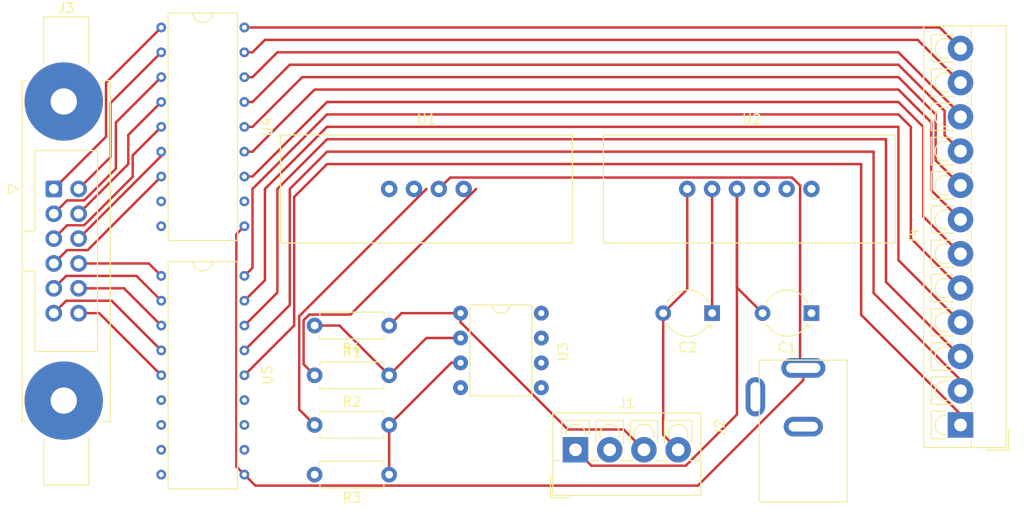
<source format=kicad_pcb>
(kicad_pcb (version 20171130) (host pcbnew "(5.1.10)-1")

  (general
    (thickness 1.6)
    (drawings 0)
    (tracks 151)
    (zones 0)
    (modules 15)
    (nets 45)
  )

  (page A4)
  (layers
    (0 F.Cu signal)
    (31 B.Cu signal)
    (32 B.Adhes user)
    (33 F.Adhes user)
    (34 B.Paste user)
    (35 F.Paste user)
    (36 B.SilkS user)
    (37 F.SilkS user)
    (38 B.Mask user)
    (39 F.Mask user)
    (40 Dwgs.User user)
    (41 Cmts.User user)
    (42 Eco1.User user)
    (43 Eco2.User user)
    (44 Edge.Cuts user)
    (45 Margin user)
    (46 B.CrtYd user)
    (47 F.CrtYd user)
    (48 B.Fab user)
    (49 F.Fab user)
  )

  (setup
    (last_trace_width 0.25)
    (trace_clearance 0.2)
    (zone_clearance 0.508)
    (zone_45_only no)
    (trace_min 0.2)
    (via_size 0.8)
    (via_drill 0.4)
    (via_min_size 0.4)
    (via_min_drill 0.3)
    (uvia_size 0.3)
    (uvia_drill 0.1)
    (uvias_allowed no)
    (uvia_min_size 0.2)
    (uvia_min_drill 0.1)
    (edge_width 0.05)
    (segment_width 0.2)
    (pcb_text_width 0.3)
    (pcb_text_size 1.5 1.5)
    (mod_edge_width 0.12)
    (mod_text_size 1 1)
    (mod_text_width 0.15)
    (pad_size 1.524 1.524)
    (pad_drill 0.762)
    (pad_to_mask_clearance 0)
    (aux_axis_origin 0 0)
    (visible_elements 7FFFFFFF)
    (pcbplotparams
      (layerselection 0x010fc_ffffffff)
      (usegerberextensions false)
      (usegerberattributes true)
      (usegerberadvancedattributes true)
      (creategerberjobfile true)
      (excludeedgelayer true)
      (linewidth 0.100000)
      (plotframeref false)
      (viasonmask false)
      (mode 1)
      (useauxorigin false)
      (hpglpennumber 1)
      (hpglpenspeed 20)
      (hpglpendiameter 15.000000)
      (psnegative false)
      (psa4output false)
      (plotreference true)
      (plotvalue true)
      (plotinvisibletext false)
      (padsonsilk false)
      (subtractmaskfromsilk false)
      (outputformat 1)
      (mirror false)
      (drillshape 1)
      (scaleselection 1)
      (outputdirectory ""))
  )

  (net 0 "")
  (net 1 "Net-(C1-Pad2)")
  (net 2 "Net-(C1-Pad1)")
  (net 3 "Net-(C2-Pad2)")
  (net 4 "Net-(J2-Pad1)")
  (net 5 "Net-(J3-Pad12)")
  (net 6 "Net-(J3-Pad10)")
  (net 7 "Net-(J3-Pad8)")
  (net 8 "Net-(J3-Pad6)")
  (net 9 "Net-(J3-Pad4)")
  (net 10 "Net-(J3-Pad2)")
  (net 11 "Net-(J3-Pad11)")
  (net 12 "Net-(J3-Pad9)")
  (net 13 "Net-(J3-Pad7)")
  (net 14 "Net-(J3-Pad5)")
  (net 15 "Net-(J3-Pad3)")
  (net 16 "Net-(J3-Pad1)")
  (net 17 "Net-(J4-Pad12)")
  (net 18 "Net-(J4-Pad10)")
  (net 19 "Net-(J4-Pad8)")
  (net 20 "Net-(J4-Pad6)")
  (net 21 "Net-(J4-Pad4)")
  (net 22 "Net-(J4-Pad2)")
  (net 23 "Net-(J4-Pad11)")
  (net 24 "Net-(J4-Pad9)")
  (net 25 "Net-(J4-Pad7)")
  (net 26 "Net-(J4-Pad5)")
  (net 27 "Net-(J4-Pad3)")
  (net 28 "Net-(J4-Pad1)")
  (net 29 "Net-(R1-Pad2)")
  (net 30 "Net-(R1-Pad1)")
  (net 31 "Net-(R2-Pad2)")
  (net 32 "Net-(R2-Pad1)")
  (net 33 "Net-(U2-Pad6)")
  (net 34 "Net-(U2-Pad5)")
  (net 35 "Net-(U2-Pad4)")
  (net 36 "Net-(U4-Pad8)")
  (net 37 "Net-(U4-Pad11)")
  (net 38 "Net-(U5-Pad8)")
  (net 39 "Net-(U5-Pad11)")
  (net 40 "Net-(U5-Pad12)")
  (net 41 "Net-(U5-Pad13)")
  (net 42 "Net-(U5-Pad7)")
  (net 43 "Net-(U5-Pad6)")
  (net 44 "Net-(J1-Pad3)")

  (net_class Default "This is the default net class."
    (clearance 0.2)
    (trace_width 0.25)
    (via_dia 0.8)
    (via_drill 0.4)
    (uvia_dia 0.3)
    (uvia_drill 0.1)
    (add_net "Net-(C1-Pad1)")
    (add_net "Net-(C1-Pad2)")
    (add_net "Net-(C2-Pad2)")
    (add_net "Net-(J1-Pad3)")
    (add_net "Net-(J2-Pad1)")
    (add_net "Net-(J3-Pad1)")
    (add_net "Net-(J3-Pad10)")
    (add_net "Net-(J3-Pad11)")
    (add_net "Net-(J3-Pad12)")
    (add_net "Net-(J3-Pad2)")
    (add_net "Net-(J3-Pad3)")
    (add_net "Net-(J3-Pad4)")
    (add_net "Net-(J3-Pad5)")
    (add_net "Net-(J3-Pad6)")
    (add_net "Net-(J3-Pad7)")
    (add_net "Net-(J3-Pad8)")
    (add_net "Net-(J3-Pad9)")
    (add_net "Net-(J4-Pad1)")
    (add_net "Net-(J4-Pad10)")
    (add_net "Net-(J4-Pad11)")
    (add_net "Net-(J4-Pad12)")
    (add_net "Net-(J4-Pad2)")
    (add_net "Net-(J4-Pad3)")
    (add_net "Net-(J4-Pad4)")
    (add_net "Net-(J4-Pad5)")
    (add_net "Net-(J4-Pad6)")
    (add_net "Net-(J4-Pad7)")
    (add_net "Net-(J4-Pad8)")
    (add_net "Net-(J4-Pad9)")
    (add_net "Net-(R1-Pad1)")
    (add_net "Net-(R1-Pad2)")
    (add_net "Net-(R2-Pad1)")
    (add_net "Net-(R2-Pad2)")
    (add_net "Net-(U2-Pad4)")
    (add_net "Net-(U2-Pad5)")
    (add_net "Net-(U2-Pad6)")
    (add_net "Net-(U4-Pad11)")
    (add_net "Net-(U4-Pad8)")
    (add_net "Net-(U5-Pad11)")
    (add_net "Net-(U5-Pad12)")
    (add_net "Net-(U5-Pad13)")
    (add_net "Net-(U5-Pad6)")
    (add_net "Net-(U5-Pad7)")
    (add_net "Net-(U5-Pad8)")
  )

  (module Capacitor_THT:CP_Radial_Tantal_D4.5mm_P5.00mm (layer F.Cu) (tedit 5AE50EF0) (tstamp 60E3F7A5)
    (at 152.4 87.63 180)
    (descr "CP, Radial_Tantal series, Radial, pin pitch=5.00mm, , diameter=4.5mm, Tantal Electrolytic Capacitor, http://cdn-reichelt.de/documents/datenblatt/B300/TANTAL-TB-Serie%23.pdf")
    (tags "CP Radial_Tantal series Radial pin pitch 5.00mm  diameter 4.5mm Tantal Electrolytic Capacitor")
    (path /60E4631D)
    (fp_text reference C1 (at 2.5 -3.5) (layer F.SilkS)
      (effects (font (size 1 1) (thickness 0.15)))
    )
    (fp_text value C (at 2.5 3.5) (layer F.Fab)
      (effects (font (size 1 1) (thickness 0.15)))
    )
    (fp_line (start 0.187712 -1.56) (end 0.187712 -1.11) (layer F.SilkS) (width 0.12))
    (fp_line (start -0.037288 -1.335) (end 0.412712 -1.335) (layer F.SilkS) (width 0.12))
    (fp_line (start 0.80692 -1.2025) (end 0.80692 -0.7525) (layer F.Fab) (width 0.1))
    (fp_line (start 0.58192 -0.9775) (end 1.03192 -0.9775) (layer F.Fab) (width 0.1))
    (fp_circle (center 2.5 0) (end 6.22 0) (layer F.CrtYd) (width 0.05))
    (fp_circle (center 2.5 0) (end 4.75 0) (layer F.Fab) (width 0.1))
    (fp_text user %R (at 2.5 0) (layer F.Fab)
      (effects (font (size 0.9 0.9) (thickness 0.135)))
    )
    (fp_arc (start 2.5 0) (end 0.380259 1.06) (angle -126.864288) (layer F.SilkS) (width 0.12))
    (fp_arc (start 2.5 0) (end 0.380259 -1.06) (angle 126.864288) (layer F.SilkS) (width 0.12))
    (pad 2 thru_hole circle (at 5 0 180) (size 1.6 1.6) (drill 0.8) (layers *.Cu *.Mask)
      (net 1 "Net-(C1-Pad2)"))
    (pad 1 thru_hole rect (at 0 0 180) (size 1.6 1.6) (drill 0.8) (layers *.Cu *.Mask)
      (net 2 "Net-(C1-Pad1)"))
    (model ${KISYS3DMOD}/Capacitor_THT.3dshapes/CP_Radial_Tantal_D4.5mm_P5.00mm.wrl
      (at (xyz 0 0 0))
      (scale (xyz 1 1 1))
      (rotate (xyz 0 0 0))
    )
  )

  (module MPXSensors:MPX2200DP (layer F.Cu) (tedit 5F53E1F5) (tstamp 60E3F8A9)
    (at 113.03 74.93)
    (path /60E466B5)
    (fp_text reference U1 (at 0 -7.112) (layer F.SilkS)
      (effects (font (size 1 1) (thickness 0.15)))
    )
    (fp_text value MPX2200DP (at 0 7.112) (layer F.Fab)
      (effects (font (size 1 1) (thickness 0.15)))
    )
    (fp_line (start -14.925 5.525) (end 14.925 5.525) (layer F.SilkS) (width 0.12))
    (fp_line (start -14.925 -5.525) (end 14.925 -5.525) (layer F.SilkS) (width 0.12))
    (fp_line (start 14.925 5.525) (end 14.925 -5.525) (layer F.SilkS) (width 0.12))
    (fp_line (start -14.925 5.525) (end -14.925 -5.525) (layer F.SilkS) (width 0.12))
    (pad 4 thru_hole circle (at 3.81 0) (size 1.68 1.68) (drill 0.84) (layers *.Cu *.Mask)
      (net 30 "Net-(R1-Pad1)"))
    (pad 3 thru_hole circle (at 1.27 0) (size 1.68 1.68) (drill 0.84) (layers *.Cu *.Mask)
      (net 4 "Net-(J2-Pad1)"))
    (pad 2 thru_hole circle (at -1.27 0) (size 1.68 1.68) (drill 0.84) (layers *.Cu *.Mask)
      (net 32 "Net-(R2-Pad1)"))
    (pad 1 thru_hole circle (at -3.81 0) (size 1.68 1.68) (drill 0.84) (layers *.Cu *.Mask)
      (net 2 "Net-(C1-Pad1)"))
  )

  (module TerminalBlock_4Ucon:TerminalBlock_4Ucon_1x12_P3.50mm_Vertical (layer F.Cu) (tedit 5B294E88) (tstamp 60E4724B)
    (at 167.64 99.06 90)
    (descr "Terminal Block 4Ucon ItemNo. 10703, vertical (cable from top), 12 pins, pitch 3.5mm, size 43x8.3mm^2, drill diamater 1.3mm, pad diameter 2.6mm, see http://www.4uconnector.com/online/object/4udrawing/10703.pdf, script-generated with , script-generated using https://github.com/pointhi/kicad-footprint-generator/scripts/TerminalBlock_4Ucon")
    (tags "THT Terminal Block 4Ucon ItemNo. 10703 vertical pitch 3.5mm size 43x8.3mm^2 drill 1.3mm pad 2.6mm")
    (path /60E41A63)
    (fp_text reference J4 (at 19.25 -4.76 90) (layer F.SilkS)
      (effects (font (size 1 1) (thickness 0.15)))
    )
    (fp_text value Conn_01x12_Male (at 19.25 5.66 90) (layer F.Fab)
      (effects (font (size 1 1) (thickness 0.15)))
    )
    (fp_line (start 41.25 -4.2) (end -2.75 -4.2) (layer F.CrtYd) (width 0.05))
    (fp_line (start 41.25 5.11) (end 41.25 -4.2) (layer F.CrtYd) (width 0.05))
    (fp_line (start -2.75 5.11) (end 41.25 5.11) (layer F.CrtYd) (width 0.05))
    (fp_line (start -2.75 -4.2) (end -2.75 5.11) (layer F.CrtYd) (width 0.05))
    (fp_line (start -2.55 4.9) (end -0.55 4.9) (layer F.SilkS) (width 0.12))
    (fp_line (start -2.55 2.66) (end -2.55 4.9) (layer F.SilkS) (width 0.12))
    (fp_line (start 39.9 -3) (end 37.1 -3) (layer F.Fab) (width 0.1))
    (fp_line (start 39.9 0.75) (end 39.9 -3) (layer F.Fab) (width 0.1))
    (fp_line (start 37.1 0.75) (end 39.9 0.75) (layer F.Fab) (width 0.1))
    (fp_line (start 37.1 -3) (end 37.1 0.75) (layer F.Fab) (width 0.1))
    (fp_line (start 39.9 0.689) (end 39.9 0.75) (layer F.SilkS) (width 0.12))
    (fp_line (start 39.9 -3) (end 39.9 -0.689) (layer F.SilkS) (width 0.12))
    (fp_line (start 37.1 0.689) (end 37.1 0.75) (layer F.SilkS) (width 0.12))
    (fp_line (start 37.1 -3) (end 37.1 -0.689) (layer F.SilkS) (width 0.12))
    (fp_line (start 39.9 0.75) (end 39.9 0.75) (layer F.SilkS) (width 0.12))
    (fp_line (start 37.1 0.75) (end 37.101 0.75) (layer F.SilkS) (width 0.12))
    (fp_line (start 37.1 -3) (end 39.9 -3) (layer F.SilkS) (width 0.12))
    (fp_line (start 36.4 -3) (end 33.6 -3) (layer F.Fab) (width 0.1))
    (fp_line (start 36.4 0.75) (end 36.4 -3) (layer F.Fab) (width 0.1))
    (fp_line (start 33.6 0.75) (end 36.4 0.75) (layer F.Fab) (width 0.1))
    (fp_line (start 33.6 -3) (end 33.6 0.75) (layer F.Fab) (width 0.1))
    (fp_line (start 36.4 0.689) (end 36.4 0.75) (layer F.SilkS) (width 0.12))
    (fp_line (start 36.4 -3) (end 36.4 -0.689) (layer F.SilkS) (width 0.12))
    (fp_line (start 33.6 0.689) (end 33.6 0.75) (layer F.SilkS) (width 0.12))
    (fp_line (start 33.6 -3) (end 33.6 -0.689) (layer F.SilkS) (width 0.12))
    (fp_line (start 36.4 0.75) (end 36.4 0.75) (layer F.SilkS) (width 0.12))
    (fp_line (start 33.6 0.75) (end 33.601 0.75) (layer F.SilkS) (width 0.12))
    (fp_line (start 33.6 -3) (end 36.4 -3) (layer F.SilkS) (width 0.12))
    (fp_line (start 32.9 -3) (end 30.1 -3) (layer F.Fab) (width 0.1))
    (fp_line (start 32.9 0.75) (end 32.9 -3) (layer F.Fab) (width 0.1))
    (fp_line (start 30.1 0.75) (end 32.9 0.75) (layer F.Fab) (width 0.1))
    (fp_line (start 30.1 -3) (end 30.1 0.75) (layer F.Fab) (width 0.1))
    (fp_line (start 32.9 0.689) (end 32.9 0.75) (layer F.SilkS) (width 0.12))
    (fp_line (start 32.9 -3) (end 32.9 -0.689) (layer F.SilkS) (width 0.12))
    (fp_line (start 30.1 0.689) (end 30.1 0.75) (layer F.SilkS) (width 0.12))
    (fp_line (start 30.1 -3) (end 30.1 -0.689) (layer F.SilkS) (width 0.12))
    (fp_line (start 32.9 0.75) (end 32.9 0.75) (layer F.SilkS) (width 0.12))
    (fp_line (start 30.1 0.75) (end 30.101 0.75) (layer F.SilkS) (width 0.12))
    (fp_line (start 30.1 -3) (end 32.9 -3) (layer F.SilkS) (width 0.12))
    (fp_line (start 29.4 -3) (end 26.6 -3) (layer F.Fab) (width 0.1))
    (fp_line (start 29.4 0.75) (end 29.4 -3) (layer F.Fab) (width 0.1))
    (fp_line (start 26.6 0.75) (end 29.4 0.75) (layer F.Fab) (width 0.1))
    (fp_line (start 26.6 -3) (end 26.6 0.75) (layer F.Fab) (width 0.1))
    (fp_line (start 29.4 0.689) (end 29.4 0.75) (layer F.SilkS) (width 0.12))
    (fp_line (start 29.4 -3) (end 29.4 -0.689) (layer F.SilkS) (width 0.12))
    (fp_line (start 26.6 0.689) (end 26.6 0.75) (layer F.SilkS) (width 0.12))
    (fp_line (start 26.6 -3) (end 26.6 -0.689) (layer F.SilkS) (width 0.12))
    (fp_line (start 29.4 0.75) (end 29.4 0.75) (layer F.SilkS) (width 0.12))
    (fp_line (start 26.6 0.75) (end 26.601 0.75) (layer F.SilkS) (width 0.12))
    (fp_line (start 26.6 -3) (end 29.4 -3) (layer F.SilkS) (width 0.12))
    (fp_line (start 25.9 -3) (end 23.1 -3) (layer F.Fab) (width 0.1))
    (fp_line (start 25.9 0.75) (end 25.9 -3) (layer F.Fab) (width 0.1))
    (fp_line (start 23.1 0.75) (end 25.9 0.75) (layer F.Fab) (width 0.1))
    (fp_line (start 23.1 -3) (end 23.1 0.75) (layer F.Fab) (width 0.1))
    (fp_line (start 25.9 0.689) (end 25.9 0.75) (layer F.SilkS) (width 0.12))
    (fp_line (start 25.9 -3) (end 25.9 -0.689) (layer F.SilkS) (width 0.12))
    (fp_line (start 23.1 0.689) (end 23.1 0.75) (layer F.SilkS) (width 0.12))
    (fp_line (start 23.1 -3) (end 23.1 -0.689) (layer F.SilkS) (width 0.12))
    (fp_line (start 25.9 0.75) (end 25.9 0.75) (layer F.SilkS) (width 0.12))
    (fp_line (start 23.1 0.75) (end 23.101 0.75) (layer F.SilkS) (width 0.12))
    (fp_line (start 23.1 -3) (end 25.9 -3) (layer F.SilkS) (width 0.12))
    (fp_line (start 22.4 -3) (end 19.6 -3) (layer F.Fab) (width 0.1))
    (fp_line (start 22.4 0.75) (end 22.4 -3) (layer F.Fab) (width 0.1))
    (fp_line (start 19.6 0.75) (end 22.4 0.75) (layer F.Fab) (width 0.1))
    (fp_line (start 19.6 -3) (end 19.6 0.75) (layer F.Fab) (width 0.1))
    (fp_line (start 22.4 0.689) (end 22.4 0.75) (layer F.SilkS) (width 0.12))
    (fp_line (start 22.4 -3) (end 22.4 -0.689) (layer F.SilkS) (width 0.12))
    (fp_line (start 19.6 0.689) (end 19.6 0.75) (layer F.SilkS) (width 0.12))
    (fp_line (start 19.6 -3) (end 19.6 -0.689) (layer F.SilkS) (width 0.12))
    (fp_line (start 22.4 0.75) (end 22.4 0.75) (layer F.SilkS) (width 0.12))
    (fp_line (start 19.6 0.75) (end 19.601 0.75) (layer F.SilkS) (width 0.12))
    (fp_line (start 19.6 -3) (end 22.4 -3) (layer F.SilkS) (width 0.12))
    (fp_line (start 18.9 -3) (end 16.101 -3) (layer F.Fab) (width 0.1))
    (fp_line (start 18.9 0.75) (end 18.9 -3) (layer F.Fab) (width 0.1))
    (fp_line (start 16.101 0.75) (end 18.9 0.75) (layer F.Fab) (width 0.1))
    (fp_line (start 16.101 -3) (end 16.101 0.75) (layer F.Fab) (width 0.1))
    (fp_line (start 18.9 0.689) (end 18.9 0.75) (layer F.SilkS) (width 0.12))
    (fp_line (start 18.9 -3) (end 18.9 -0.689) (layer F.SilkS) (width 0.12))
    (fp_line (start 16.101 0.689) (end 16.101 0.75) (layer F.SilkS) (width 0.12))
    (fp_line (start 16.101 -3) (end 16.101 -0.689) (layer F.SilkS) (width 0.12))
    (fp_line (start 18.9 0.75) (end 18.9 0.75) (layer F.SilkS) (width 0.12))
    (fp_line (start 16.101 0.75) (end 16.101 0.75) (layer F.SilkS) (width 0.12))
    (fp_line (start 16.101 -3) (end 18.9 -3) (layer F.SilkS) (width 0.12))
    (fp_line (start 15.4 -3) (end 12.6 -3) (layer F.Fab) (width 0.1))
    (fp_line (start 15.4 0.75) (end 15.4 -3) (layer F.Fab) (width 0.1))
    (fp_line (start 12.6 0.75) (end 15.4 0.75) (layer F.Fab) (width 0.1))
    (fp_line (start 12.6 -3) (end 12.6 0.75) (layer F.Fab) (width 0.1))
    (fp_line (start 15.4 0.689) (end 15.4 0.75) (layer F.SilkS) (width 0.12))
    (fp_line (start 15.4 -3) (end 15.4 -0.689) (layer F.SilkS) (width 0.12))
    (fp_line (start 12.6 0.689) (end 12.6 0.75) (layer F.SilkS) (width 0.12))
    (fp_line (start 12.6 -3) (end 12.6 -0.689) (layer F.SilkS) (width 0.12))
    (fp_line (start 15.4 0.75) (end 15.4 0.75) (layer F.SilkS) (width 0.12))
    (fp_line (start 12.6 0.75) (end 12.601 0.75) (layer F.SilkS) (width 0.12))
    (fp_line (start 12.6 -3) (end 15.4 -3) (layer F.SilkS) (width 0.12))
    (fp_line (start 11.9 -3) (end 9.1 -3) (layer F.Fab) (width 0.1))
    (fp_line (start 11.9 0.75) (end 11.9 -3) (layer F.Fab) (width 0.1))
    (fp_line (start 9.1 0.75) (end 11.9 0.75) (layer F.Fab) (width 0.1))
    (fp_line (start 9.1 -3) (end 9.1 0.75) (layer F.Fab) (width 0.1))
    (fp_line (start 11.9 0.689) (end 11.9 0.75) (layer F.SilkS) (width 0.12))
    (fp_line (start 11.9 -3) (end 11.9 -0.689) (layer F.SilkS) (width 0.12))
    (fp_line (start 9.1 0.689) (end 9.1 0.75) (layer F.SilkS) (width 0.12))
    (fp_line (start 9.1 -3) (end 9.1 -0.689) (layer F.SilkS) (width 0.12))
    (fp_line (start 11.9 0.75) (end 11.9 0.75) (layer F.SilkS) (width 0.12))
    (fp_line (start 9.1 0.75) (end 9.101 0.75) (layer F.SilkS) (width 0.12))
    (fp_line (start 9.1 -3) (end 11.9 -3) (layer F.SilkS) (width 0.12))
    (fp_line (start 8.4 -3) (end 5.6 -3) (layer F.Fab) (width 0.1))
    (fp_line (start 8.4 0.75) (end 8.4 -3) (layer F.Fab) (width 0.1))
    (fp_line (start 5.6 0.75) (end 8.4 0.75) (layer F.Fab) (width 0.1))
    (fp_line (start 5.6 -3) (end 5.6 0.75) (layer F.Fab) (width 0.1))
    (fp_line (start 8.4 0.689) (end 8.4 0.75) (layer F.SilkS) (width 0.12))
    (fp_line (start 8.4 -3) (end 8.4 -0.689) (layer F.SilkS) (width 0.12))
    (fp_line (start 5.6 0.689) (end 5.6 0.75) (layer F.SilkS) (width 0.12))
    (fp_line (start 5.6 -3) (end 5.6 -0.689) (layer F.SilkS) (width 0.12))
    (fp_line (start 8.4 0.75) (end 8.4 0.75) (layer F.SilkS) (width 0.12))
    (fp_line (start 5.6 0.75) (end 5.601 0.75) (layer F.SilkS) (width 0.12))
    (fp_line (start 5.6 -3) (end 8.4 -3) (layer F.SilkS) (width 0.12))
    (fp_line (start 4.9 -3) (end 2.1 -3) (layer F.Fab) (width 0.1))
    (fp_line (start 4.9 0.75) (end 4.9 -3) (layer F.Fab) (width 0.1))
    (fp_line (start 2.1 0.75) (end 4.9 0.75) (layer F.Fab) (width 0.1))
    (fp_line (start 2.1 -3) (end 2.1 0.75) (layer F.Fab) (width 0.1))
    (fp_line (start 4.9 0.689) (end 4.9 0.75) (layer F.SilkS) (width 0.12))
    (fp_line (start 4.9 -3) (end 4.9 -0.689) (layer F.SilkS) (width 0.12))
    (fp_line (start 2.1 0.689) (end 2.1 0.75) (layer F.SilkS) (width 0.12))
    (fp_line (start 2.1 -3) (end 2.1 -0.689) (layer F.SilkS) (width 0.12))
    (fp_line (start 4.9 0.75) (end 4.9 0.75) (layer F.SilkS) (width 0.12))
    (fp_line (start 2.1 0.75) (end 2.101 0.75) (layer F.SilkS) (width 0.12))
    (fp_line (start 2.1 -3) (end 4.9 -3) (layer F.SilkS) (width 0.12))
    (fp_line (start 1.4 -3) (end -1.4 -3) (layer F.Fab) (width 0.1))
    (fp_line (start 1.4 0.75) (end 1.4 -3) (layer F.Fab) (width 0.1))
    (fp_line (start -1.4 0.75) (end 1.4 0.75) (layer F.Fab) (width 0.1))
    (fp_line (start -1.4 -3) (end -1.4 0.75) (layer F.Fab) (width 0.1))
    (fp_line (start 1.4 -3) (end 1.4 -1.54) (layer F.SilkS) (width 0.12))
    (fp_line (start -1.4 -3) (end -1.4 -1.54) (layer F.SilkS) (width 0.12))
    (fp_line (start -1.4 -3) (end 1.4 -3) (layer F.SilkS) (width 0.12))
    (fp_line (start 40.81 -3.76) (end 40.81 4.66) (layer F.SilkS) (width 0.12))
    (fp_line (start -2.31 -3.76) (end -2.31 4.66) (layer F.SilkS) (width 0.12))
    (fp_line (start -2.31 4.66) (end 40.81 4.66) (layer F.SilkS) (width 0.12))
    (fp_line (start -2.31 -3.76) (end 40.81 -3.76) (layer F.SilkS) (width 0.12))
    (fp_line (start 39.634 1.101) (end 40.81 1.101) (layer F.SilkS) (width 0.12))
    (fp_line (start 36.134 1.101) (end 37.367 1.101) (layer F.SilkS) (width 0.12))
    (fp_line (start 32.634 1.101) (end 33.867 1.101) (layer F.SilkS) (width 0.12))
    (fp_line (start 29.134 1.101) (end 30.367 1.101) (layer F.SilkS) (width 0.12))
    (fp_line (start 25.634 1.101) (end 26.867 1.101) (layer F.SilkS) (width 0.12))
    (fp_line (start 22.134 1.101) (end 23.367 1.101) (layer F.SilkS) (width 0.12))
    (fp_line (start 18.634 1.101) (end 19.867 1.101) (layer F.SilkS) (width 0.12))
    (fp_line (start 15.134 1.101) (end 16.367 1.101) (layer F.SilkS) (width 0.12))
    (fp_line (start 11.634 1.101) (end 12.867 1.101) (layer F.SilkS) (width 0.12))
    (fp_line (start 8.134 1.101) (end 9.367 1.101) (layer F.SilkS) (width 0.12))
    (fp_line (start 4.634 1.101) (end 5.867 1.101) (layer F.SilkS) (width 0.12))
    (fp_line (start 1.54 1.101) (end 2.367 1.101) (layer F.SilkS) (width 0.12))
    (fp_line (start -2.31 1.101) (end -1.54 1.101) (layer F.SilkS) (width 0.12))
    (fp_line (start -2.25 1.1) (end 40.75 1.1) (layer F.Fab) (width 0.1))
    (fp_line (start -2.25 2.6) (end -2.25 -3.7) (layer F.Fab) (width 0.1))
    (fp_line (start -0.25 4.6) (end -2.25 2.6) (layer F.Fab) (width 0.1))
    (fp_line (start 40.75 4.6) (end -0.25 4.6) (layer F.Fab) (width 0.1))
    (fp_line (start 40.75 -3.7) (end 40.75 4.6) (layer F.Fab) (width 0.1))
    (fp_line (start -2.25 -3.7) (end 40.75 -3.7) (layer F.Fab) (width 0.1))
    (fp_circle (center 38.5 -1.6) (end 39.5 -1.6) (layer F.Fab) (width 0.1))
    (fp_circle (center 35 -1.6) (end 36 -1.6) (layer F.Fab) (width 0.1))
    (fp_circle (center 31.5 -1.6) (end 32.5 -1.6) (layer F.Fab) (width 0.1))
    (fp_circle (center 28 -1.6) (end 29 -1.6) (layer F.Fab) (width 0.1))
    (fp_circle (center 24.5 -1.6) (end 25.5 -1.6) (layer F.Fab) (width 0.1))
    (fp_circle (center 21 -1.6) (end 22 -1.6) (layer F.Fab) (width 0.1))
    (fp_circle (center 17.5 -1.6) (end 18.5 -1.6) (layer F.Fab) (width 0.1))
    (fp_circle (center 14 -1.6) (end 15 -1.6) (layer F.Fab) (width 0.1))
    (fp_circle (center 10.5 -1.6) (end 11.5 -1.6) (layer F.Fab) (width 0.1))
    (fp_circle (center 7 -1.6) (end 8 -1.6) (layer F.Fab) (width 0.1))
    (fp_circle (center 3.5 -1.6) (end 4.5 -1.6) (layer F.Fab) (width 0.1))
    (fp_circle (center 0 -1.6) (end 1 -1.6) (layer F.Fab) (width 0.1))
    (fp_text user %R (at 19.25 3.45 90) (layer F.Fab)
      (effects (font (size 1 1) (thickness 0.15)))
    )
    (fp_arc (start 38.5 -1.6) (end 39.44 -1.258) (angle -220) (layer F.SilkS) (width 0.12))
    (fp_arc (start 35 -1.6) (end 35.94 -1.258) (angle -220) (layer F.SilkS) (width 0.12))
    (fp_arc (start 31.5 -1.6) (end 32.44 -1.258) (angle -220) (layer F.SilkS) (width 0.12))
    (fp_arc (start 28 -1.6) (end 28.94 -1.258) (angle -220) (layer F.SilkS) (width 0.12))
    (fp_arc (start 24.5 -1.6) (end 25.44 -1.258) (angle -220) (layer F.SilkS) (width 0.12))
    (fp_arc (start 21 -1.6) (end 21.94 -1.258) (angle -220) (layer F.SilkS) (width 0.12))
    (fp_arc (start 17.5 -1.6) (end 18.44 -1.258) (angle -220) (layer F.SilkS) (width 0.12))
    (fp_arc (start 14 -1.6) (end 14.94 -1.258) (angle -220) (layer F.SilkS) (width 0.12))
    (fp_arc (start 10.5 -1.6) (end 11.44 -1.258) (angle -220) (layer F.SilkS) (width 0.12))
    (fp_arc (start 7 -1.6) (end 7.94 -1.258) (angle -220) (layer F.SilkS) (width 0.12))
    (fp_arc (start 3.5 -1.6) (end 4.44 -1.258) (angle -220) (layer F.SilkS) (width 0.12))
    (fp_arc (start 0 -1.6) (end 0.998 -1.531) (angle -188) (layer F.SilkS) (width 0.12))
    (pad 12 thru_hole circle (at 38.5 0 90) (size 2.6 2.6) (drill 1.3) (layers *.Cu *.Mask)
      (net 17 "Net-(J4-Pad12)"))
    (pad 11 thru_hole circle (at 35 0 90) (size 2.6 2.6) (drill 1.3) (layers *.Cu *.Mask)
      (net 23 "Net-(J4-Pad11)"))
    (pad 10 thru_hole circle (at 31.5 0 90) (size 2.6 2.6) (drill 1.3) (layers *.Cu *.Mask)
      (net 18 "Net-(J4-Pad10)"))
    (pad 9 thru_hole circle (at 28 0 90) (size 2.6 2.6) (drill 1.3) (layers *.Cu *.Mask)
      (net 24 "Net-(J4-Pad9)"))
    (pad 8 thru_hole circle (at 24.5 0 90) (size 2.6 2.6) (drill 1.3) (layers *.Cu *.Mask)
      (net 19 "Net-(J4-Pad8)"))
    (pad 7 thru_hole circle (at 21 0 90) (size 2.6 2.6) (drill 1.3) (layers *.Cu *.Mask)
      (net 25 "Net-(J4-Pad7)"))
    (pad 6 thru_hole circle (at 17.5 0 90) (size 2.6 2.6) (drill 1.3) (layers *.Cu *.Mask)
      (net 20 "Net-(J4-Pad6)"))
    (pad 5 thru_hole circle (at 14 0 90) (size 2.6 2.6) (drill 1.3) (layers *.Cu *.Mask)
      (net 26 "Net-(J4-Pad5)"))
    (pad 4 thru_hole circle (at 10.5 0 90) (size 2.6 2.6) (drill 1.3) (layers *.Cu *.Mask)
      (net 21 "Net-(J4-Pad4)"))
    (pad 3 thru_hole circle (at 7 0 90) (size 2.6 2.6) (drill 1.3) (layers *.Cu *.Mask)
      (net 27 "Net-(J4-Pad3)"))
    (pad 2 thru_hole circle (at 3.5 0 90) (size 2.6 2.6) (drill 1.3) (layers *.Cu *.Mask)
      (net 22 "Net-(J4-Pad2)"))
    (pad 1 thru_hole rect (at 0 0 90) (size 2.6 2.6) (drill 1.3) (layers *.Cu *.Mask)
      (net 28 "Net-(J4-Pad1)"))
    (model ${KISYS3DMOD}/TerminalBlock_4Ucon.3dshapes/TerminalBlock_4Ucon_1x12_P3.50mm_Vertical.wrl
      (at (xyz 0 0 0))
      (scale (xyz 1 1 1))
      (rotate (xyz 0 0 0))
    )
  )

  (module TerminalBlock_4Ucon:TerminalBlock_4Ucon_1x04_P3.50mm_Vertical (layer F.Cu) (tedit 5B294E80) (tstamp 60E41C95)
    (at 128.27 101.6)
    (descr "Terminal Block 4Ucon ItemNo. 10695, vertical (cable from top), 4 pins, pitch 3.5mm, size 15x8.3mm^2, drill diamater 1.3mm, pad diameter 2.6mm, see http://www.4uconnector.com/online/object/4udrawing/10695.pdf, script-generated with , script-generated using https://github.com/pointhi/kicad-footprint-generator/scripts/TerminalBlock_4Ucon")
    (tags "THT Terminal Block 4Ucon ItemNo. 10695 vertical pitch 3.5mm size 15x8.3mm^2 drill 1.3mm pad 2.6mm")
    (path /60E47896)
    (fp_text reference J1 (at 5.25 -4.76) (layer F.SilkS)
      (effects (font (size 1 1) (thickness 0.15)))
    )
    (fp_text value Conn_01x04_Male (at 5.25 5.66) (layer F.Fab)
      (effects (font (size 1 1) (thickness 0.15)))
    )
    (fp_line (start 13.25 -4.2) (end -2.75 -4.2) (layer F.CrtYd) (width 0.05))
    (fp_line (start 13.25 5.11) (end 13.25 -4.2) (layer F.CrtYd) (width 0.05))
    (fp_line (start -2.75 5.11) (end 13.25 5.11) (layer F.CrtYd) (width 0.05))
    (fp_line (start -2.75 -4.2) (end -2.75 5.11) (layer F.CrtYd) (width 0.05))
    (fp_line (start -2.55 4.9) (end -0.55 4.9) (layer F.SilkS) (width 0.12))
    (fp_line (start -2.55 2.66) (end -2.55 4.9) (layer F.SilkS) (width 0.12))
    (fp_line (start 11.9 -3) (end 9.1 -3) (layer F.Fab) (width 0.1))
    (fp_line (start 11.9 0.75) (end 11.9 -3) (layer F.Fab) (width 0.1))
    (fp_line (start 9.1 0.75) (end 11.9 0.75) (layer F.Fab) (width 0.1))
    (fp_line (start 9.1 -3) (end 9.1 0.75) (layer F.Fab) (width 0.1))
    (fp_line (start 11.9 0.689) (end 11.9 0.75) (layer F.SilkS) (width 0.12))
    (fp_line (start 11.9 -3) (end 11.9 -0.689) (layer F.SilkS) (width 0.12))
    (fp_line (start 9.1 0.689) (end 9.1 0.75) (layer F.SilkS) (width 0.12))
    (fp_line (start 9.1 -3) (end 9.1 -0.689) (layer F.SilkS) (width 0.12))
    (fp_line (start 11.9 0.75) (end 11.9 0.75) (layer F.SilkS) (width 0.12))
    (fp_line (start 9.1 0.75) (end 9.101 0.75) (layer F.SilkS) (width 0.12))
    (fp_line (start 9.1 -3) (end 11.9 -3) (layer F.SilkS) (width 0.12))
    (fp_line (start 8.4 -3) (end 5.6 -3) (layer F.Fab) (width 0.1))
    (fp_line (start 8.4 0.75) (end 8.4 -3) (layer F.Fab) (width 0.1))
    (fp_line (start 5.6 0.75) (end 8.4 0.75) (layer F.Fab) (width 0.1))
    (fp_line (start 5.6 -3) (end 5.6 0.75) (layer F.Fab) (width 0.1))
    (fp_line (start 8.4 0.689) (end 8.4 0.75) (layer F.SilkS) (width 0.12))
    (fp_line (start 8.4 -3) (end 8.4 -0.689) (layer F.SilkS) (width 0.12))
    (fp_line (start 5.6 0.689) (end 5.6 0.75) (layer F.SilkS) (width 0.12))
    (fp_line (start 5.6 -3) (end 5.6 -0.689) (layer F.SilkS) (width 0.12))
    (fp_line (start 8.4 0.75) (end 8.4 0.75) (layer F.SilkS) (width 0.12))
    (fp_line (start 5.6 0.75) (end 5.601 0.75) (layer F.SilkS) (width 0.12))
    (fp_line (start 5.6 -3) (end 8.4 -3) (layer F.SilkS) (width 0.12))
    (fp_line (start 4.9 -3) (end 2.1 -3) (layer F.Fab) (width 0.1))
    (fp_line (start 4.9 0.75) (end 4.9 -3) (layer F.Fab) (width 0.1))
    (fp_line (start 2.1 0.75) (end 4.9 0.75) (layer F.Fab) (width 0.1))
    (fp_line (start 2.1 -3) (end 2.1 0.75) (layer F.Fab) (width 0.1))
    (fp_line (start 4.9 0.689) (end 4.9 0.75) (layer F.SilkS) (width 0.12))
    (fp_line (start 4.9 -3) (end 4.9 -0.689) (layer F.SilkS) (width 0.12))
    (fp_line (start 2.1 0.689) (end 2.1 0.75) (layer F.SilkS) (width 0.12))
    (fp_line (start 2.1 -3) (end 2.1 -0.689) (layer F.SilkS) (width 0.12))
    (fp_line (start 4.9 0.75) (end 4.9 0.75) (layer F.SilkS) (width 0.12))
    (fp_line (start 2.1 0.75) (end 2.101 0.75) (layer F.SilkS) (width 0.12))
    (fp_line (start 2.1 -3) (end 4.9 -3) (layer F.SilkS) (width 0.12))
    (fp_line (start 1.4 -3) (end -1.4 -3) (layer F.Fab) (width 0.1))
    (fp_line (start 1.4 0.75) (end 1.4 -3) (layer F.Fab) (width 0.1))
    (fp_line (start -1.4 0.75) (end 1.4 0.75) (layer F.Fab) (width 0.1))
    (fp_line (start -1.4 -3) (end -1.4 0.75) (layer F.Fab) (width 0.1))
    (fp_line (start 1.4 -3) (end 1.4 -1.54) (layer F.SilkS) (width 0.12))
    (fp_line (start -1.4 -3) (end -1.4 -1.54) (layer F.SilkS) (width 0.12))
    (fp_line (start -1.4 -3) (end 1.4 -3) (layer F.SilkS) (width 0.12))
    (fp_line (start 12.81 -3.76) (end 12.81 4.66) (layer F.SilkS) (width 0.12))
    (fp_line (start -2.31 -3.76) (end -2.31 4.66) (layer F.SilkS) (width 0.12))
    (fp_line (start -2.31 4.66) (end 12.81 4.66) (layer F.SilkS) (width 0.12))
    (fp_line (start -2.31 -3.76) (end 12.81 -3.76) (layer F.SilkS) (width 0.12))
    (fp_line (start 11.634 1.101) (end 12.81 1.101) (layer F.SilkS) (width 0.12))
    (fp_line (start 8.134 1.101) (end 9.367 1.101) (layer F.SilkS) (width 0.12))
    (fp_line (start 4.634 1.101) (end 5.867 1.101) (layer F.SilkS) (width 0.12))
    (fp_line (start 1.54 1.101) (end 2.367 1.101) (layer F.SilkS) (width 0.12))
    (fp_line (start -2.31 1.101) (end -1.54 1.101) (layer F.SilkS) (width 0.12))
    (fp_line (start -2.25 1.1) (end 12.75 1.1) (layer F.Fab) (width 0.1))
    (fp_line (start -2.25 2.6) (end -2.25 -3.7) (layer F.Fab) (width 0.1))
    (fp_line (start -0.25 4.6) (end -2.25 2.6) (layer F.Fab) (width 0.1))
    (fp_line (start 12.75 4.6) (end -0.25 4.6) (layer F.Fab) (width 0.1))
    (fp_line (start 12.75 -3.7) (end 12.75 4.6) (layer F.Fab) (width 0.1))
    (fp_line (start -2.25 -3.7) (end 12.75 -3.7) (layer F.Fab) (width 0.1))
    (fp_circle (center 10.5 -1.6) (end 11.5 -1.6) (layer F.Fab) (width 0.1))
    (fp_circle (center 7 -1.6) (end 8 -1.6) (layer F.Fab) (width 0.1))
    (fp_circle (center 3.5 -1.6) (end 4.5 -1.6) (layer F.Fab) (width 0.1))
    (fp_circle (center 0 -1.6) (end 1 -1.6) (layer F.Fab) (width 0.1))
    (fp_text user %R (at 5.25 3.45) (layer F.Fab)
      (effects (font (size 1 1) (thickness 0.15)))
    )
    (fp_arc (start 10.5 -1.6) (end 11.44 -1.258) (angle -220) (layer F.SilkS) (width 0.12))
    (fp_arc (start 7 -1.6) (end 7.94 -1.258) (angle -220) (layer F.SilkS) (width 0.12))
    (fp_arc (start 3.5 -1.6) (end 4.44 -1.258) (angle -220) (layer F.SilkS) (width 0.12))
    (fp_arc (start 0 -1.6) (end 0.998 -1.531) (angle -188) (layer F.SilkS) (width 0.12))
    (pad 4 thru_hole circle (at 10.5 0) (size 2.6 2.6) (drill 1.3) (layers *.Cu *.Mask)
      (net 3 "Net-(C2-Pad2)"))
    (pad 3 thru_hole circle (at 7 0) (size 2.6 2.6) (drill 1.3) (layers *.Cu *.Mask)
      (net 44 "Net-(J1-Pad3)"))
    (pad 2 thru_hole circle (at 3.5 0) (size 2.6 2.6) (drill 1.3) (layers *.Cu *.Mask)
      (net 2 "Net-(C1-Pad1)"))
    (pad 1 thru_hole rect (at 0 0) (size 2.6 2.6) (drill 1.3) (layers *.Cu *.Mask)
      (net 1 "Net-(C1-Pad2)"))
    (model ${KISYS3DMOD}/TerminalBlock_4Ucon.3dshapes/TerminalBlock_4Ucon_1x04_P3.50mm_Vertical.wrl
      (at (xyz 0 0 0))
      (scale (xyz 1 1 1))
      (rotate (xyz 0 0 0))
    )
  )

  (module ULN2803A:ULN2803A (layer F.Cu) (tedit 5F4BF4D7) (tstamp 60E3F8FE)
    (at 90.17 93.98 270)
    (path /60E42312)
    (fp_text reference U5 (at 0 -6.604 90) (layer F.SilkS)
      (effects (font (size 1 1) (thickness 0.15)))
    )
    (fp_text value ULN2801A (at 0 6.858 90) (layer F.Fab)
      (effects (font (size 1 1) (thickness 0.15)))
    )
    (fp_line (start 11.62 3.55) (end -11.62 3.55) (layer F.SilkS) (width 0.12))
    (fp_line (start 11.62 -3.55) (end -11.62 -3.55) (layer F.SilkS) (width 0.12))
    (fp_line (start 11.62 -3.55) (end 11.62 3.55) (layer F.SilkS) (width 0.12))
    (fp_line (start -11.62 -3.55) (end -11.62 3.55) (layer F.SilkS) (width 0.12))
    (fp_arc (start -11.684 0) (end -11.6205 1.016) (angle -172.8473313) (layer F.SilkS) (width 0.12))
    (pad 18 thru_hole circle (at -10.16 -4.25 270) (size 1 1) (drill 0.5) (layers *.Cu *.Mask)
      (net 26 "Net-(J4-Pad5)"))
    (pad 8 thru_hole circle (at 7.62 4.25 270) (size 1 1) (drill 0.5) (layers *.Cu *.Mask)
      (net 38 "Net-(U5-Pad8)"))
    (pad 11 thru_hole circle (at 7.62 -4.25 270) (size 1 1) (drill 0.5) (layers *.Cu *.Mask)
      (net 39 "Net-(U5-Pad11)"))
    (pad 12 thru_hole circle (at 5.08 -4.25 270) (size 1 1) (drill 0.5) (layers *.Cu *.Mask)
      (net 40 "Net-(U5-Pad12)"))
    (pad 13 thru_hole circle (at 2.54 -4.25 270) (size 1 1) (drill 0.5) (layers *.Cu *.Mask)
      (net 41 "Net-(U5-Pad13)"))
    (pad 14 thru_hole circle (at 0 -4.25) (size 1 1) (drill 0.5) (layers *.Cu *.Mask)
      (net 28 "Net-(J4-Pad1)"))
    (pad 15 thru_hole circle (at -2.54 -4.25 270) (size 1 1) (drill 0.5) (layers *.Cu *.Mask)
      (net 22 "Net-(J4-Pad2)"))
    (pad 16 thru_hole circle (at -5.08 -4.25 270) (size 1 1) (drill 0.5) (layers *.Cu *.Mask)
      (net 27 "Net-(J4-Pad3)"))
    (pad 17 thru_hole circle (at -7.62 -4.25 270) (size 1 1) (drill 0.5) (layers *.Cu *.Mask)
      (net 21 "Net-(J4-Pad4)"))
    (pad 10 thru_hole circle (at 10.16 -4.25 270) (size 1 1) (drill 0.5) (layers *.Cu *.Mask)
      (net 4 "Net-(J2-Pad1)"))
    (pad 9 thru_hole circle (at 10.16 4.25 270) (size 1 1) (drill 0.5) (layers *.Cu *.Mask)
      (net 2 "Net-(C1-Pad1)"))
    (pad 7 thru_hole circle (at 5.08 4.25 270) (size 1 1) (drill 0.5) (layers *.Cu *.Mask)
      (net 42 "Net-(U5-Pad7)"))
    (pad 6 thru_hole circle (at 2.54 4.25 270) (size 1 1) (drill 0.5) (layers *.Cu *.Mask)
      (net 43 "Net-(U5-Pad6)"))
    (pad 5 thru_hole circle (at 0 4.25 270) (size 1 1) (drill 0.5) (layers *.Cu *.Mask)
      (net 5 "Net-(J3-Pad12)"))
    (pad 4 thru_hole circle (at -2.54 4.25 270) (size 1 1) (drill 0.5) (layers *.Cu *.Mask)
      (net 11 "Net-(J3-Pad11)"))
    (pad 3 thru_hole circle (at -5.08 4.25 270) (size 1 1) (drill 0.5) (layers *.Cu *.Mask)
      (net 6 "Net-(J3-Pad10)"))
    (pad 2 thru_hole circle (at -7.62 4.25 270) (size 1 1) (drill 0.5) (layers *.Cu *.Mask)
      (net 12 "Net-(J3-Pad9)"))
    (pad 1 thru_hole circle (at -10.16 4.25 270) (size 1 1) (drill 0.5) (layers *.Cu *.Mask)
      (net 7 "Net-(J3-Pad8)"))
  )

  (module ULN2803A:ULN2803A (layer F.Cu) (tedit 5F4BF4D7) (tstamp 60E3F8E3)
    (at 90.17 68.58 270)
    (path /60E3EC6E)
    (fp_text reference U4 (at 0 -6.604 90) (layer F.SilkS)
      (effects (font (size 1 1) (thickness 0.15)))
    )
    (fp_text value ULN2801A (at 0 6.858 90) (layer F.Fab)
      (effects (font (size 1 1) (thickness 0.15)))
    )
    (fp_line (start 11.62 3.55) (end -11.62 3.55) (layer F.SilkS) (width 0.12))
    (fp_line (start 11.62 -3.55) (end -11.62 -3.55) (layer F.SilkS) (width 0.12))
    (fp_line (start 11.62 -3.55) (end 11.62 3.55) (layer F.SilkS) (width 0.12))
    (fp_line (start -11.62 -3.55) (end -11.62 3.55) (layer F.SilkS) (width 0.12))
    (fp_arc (start -11.684 0) (end -11.6205 1.016) (angle -172.8473313) (layer F.SilkS) (width 0.12))
    (pad 18 thru_hole circle (at -10.16 -4.25 270) (size 1 1) (drill 0.5) (layers *.Cu *.Mask)
      (net 17 "Net-(J4-Pad12)"))
    (pad 8 thru_hole circle (at 7.62 4.25 270) (size 1 1) (drill 0.5) (layers *.Cu *.Mask)
      (net 36 "Net-(U4-Pad8)"))
    (pad 11 thru_hole circle (at 7.62 -4.25 270) (size 1 1) (drill 0.5) (layers *.Cu *.Mask)
      (net 37 "Net-(U4-Pad11)"))
    (pad 12 thru_hole circle (at 5.08 -4.25 270) (size 1 1) (drill 0.5) (layers *.Cu *.Mask)
      (net 20 "Net-(J4-Pad6)"))
    (pad 13 thru_hole circle (at 2.54 -4.25 270) (size 1 1) (drill 0.5) (layers *.Cu *.Mask)
      (net 25 "Net-(J4-Pad7)"))
    (pad 14 thru_hole circle (at 0 -4.25) (size 1 1) (drill 0.5) (layers *.Cu *.Mask)
      (net 19 "Net-(J4-Pad8)"))
    (pad 15 thru_hole circle (at -2.54 -4.25 270) (size 1 1) (drill 0.5) (layers *.Cu *.Mask)
      (net 24 "Net-(J4-Pad9)"))
    (pad 16 thru_hole circle (at -5.08 -4.25 270) (size 1 1) (drill 0.5) (layers *.Cu *.Mask)
      (net 18 "Net-(J4-Pad10)"))
    (pad 17 thru_hole circle (at -7.62 -4.25 270) (size 1 1) (drill 0.5) (layers *.Cu *.Mask)
      (net 23 "Net-(J4-Pad11)"))
    (pad 10 thru_hole circle (at 10.16 -4.25 270) (size 1 1) (drill 0.5) (layers *.Cu *.Mask)
      (net 4 "Net-(J2-Pad1)"))
    (pad 9 thru_hole circle (at 10.16 4.25 270) (size 1 1) (drill 0.5) (layers *.Cu *.Mask)
      (net 2 "Net-(C1-Pad1)"))
    (pad 7 thru_hole circle (at 5.08 4.25 270) (size 1 1) (drill 0.5) (layers *.Cu *.Mask)
      (net 13 "Net-(J3-Pad7)"))
    (pad 6 thru_hole circle (at 2.54 4.25 270) (size 1 1) (drill 0.5) (layers *.Cu *.Mask)
      (net 8 "Net-(J3-Pad6)"))
    (pad 5 thru_hole circle (at 0 4.25 270) (size 1 1) (drill 0.5) (layers *.Cu *.Mask)
      (net 14 "Net-(J3-Pad5)"))
    (pad 4 thru_hole circle (at -2.54 4.25 270) (size 1 1) (drill 0.5) (layers *.Cu *.Mask)
      (net 9 "Net-(J3-Pad4)"))
    (pad 3 thru_hole circle (at -5.08 4.25 270) (size 1 1) (drill 0.5) (layers *.Cu *.Mask)
      (net 15 "Net-(J3-Pad3)"))
    (pad 2 thru_hole circle (at -7.62 4.25 270) (size 1 1) (drill 0.5) (layers *.Cu *.Mask)
      (net 10 "Net-(J3-Pad2)"))
    (pad 1 thru_hole circle (at -10.16 4.25 270) (size 1 1) (drill 0.5) (layers *.Cu *.Mask)
      (net 16 "Net-(J3-Pad1)"))
  )

  (module MCP6002:MCP6002 (layer F.Cu) (tedit 5F54037B) (tstamp 60E3F8C8)
    (at 120.65 91.44 270)
    (path /60E38475)
    (fp_text reference U3 (at 0.127 -6.35 90) (layer F.SilkS)
      (effects (font (size 1 1) (thickness 0.15)))
    )
    (fp_text value MCP6002-xP (at 0 6.604 90) (layer F.Fab)
      (effects (font (size 1 1) (thickness 0.15)))
    )
    (fp_line (start -4.6355 3.175) (end 4.6355 3.175) (layer F.SilkS) (width 0.12))
    (fp_line (start 4.6355 3.175) (end 4.6355 -3.175) (layer F.SilkS) (width 0.12))
    (fp_line (start 4.6355 -3.175) (end -4.6355 -3.175) (layer F.SilkS) (width 0.12))
    (fp_line (start -4.6355 -3.175) (end -4.6355 3.175) (layer F.SilkS) (width 0.12))
    (fp_arc (start -4.699 0) (end -4.572 0.889) (angle -163.5810272) (layer F.SilkS) (width 0.12))
    (pad 1 thru_hole circle (at -3.81 4.1275 270) (size 1.524 1.524) (drill 0.635) (layers *.Cu *.Mask)
      (net 44 "Net-(J1-Pad3)"))
    (pad 2 thru_hole circle (at -1.27 4.1275 270) (size 1.524 1.524) (drill 0.635) (layers *.Cu *.Mask)
      (net 29 "Net-(R1-Pad2)"))
    (pad 3 thru_hole circle (at 1.27 4.1275 270) (size 1.524 1.524) (drill 0.635) (layers *.Cu *.Mask)
      (net 31 "Net-(R2-Pad2)"))
    (pad 4 thru_hole circle (at 3.81 4.1275 270) (size 1.524 1.524) (drill 0.635) (layers *.Cu *.Mask))
    (pad 5 thru_hole circle (at 3.81 -4.1275 270) (size 1.524 1.524) (drill 0.635) (layers *.Cu *.Mask))
    (pad 6 thru_hole circle (at 1.27 -4.1275 270) (size 1.524 1.524) (drill 0.635) (layers *.Cu *.Mask))
    (pad 7 thru_hole circle (at -1.27 -4.1275 270) (size 1.524 1.524) (drill 0.635) (layers *.Cu *.Mask))
    (pad 8 thru_hole circle (at -3.81 -4.1275 270) (size 1.524 1.524) (drill 0.635) (layers *.Cu *.Mask))
  )

  (module MPXSensors:MPX5050DP (layer F.Cu) (tedit 5F53DF70) (tstamp 60E3F8B7)
    (at 146.05 74.93)
    (path /60E46BDF)
    (fp_text reference U2 (at 0.254 -7.112) (layer F.SilkS)
      (effects (font (size 1 1) (thickness 0.15)))
    )
    (fp_text value MPX5050DP (at 0 7.112) (layer F.Fab)
      (effects (font (size 1 1) (thickness 0.15)))
    )
    (fp_line (start 14.925 5.525) (end 14.925 -5.525) (layer F.SilkS) (width 0.12))
    (fp_line (start -14.925 -5.525) (end 14.925 -5.525) (layer F.SilkS) (width 0.12))
    (fp_line (start -14.925 5.525) (end -14.925 -5.525) (layer F.SilkS) (width 0.12))
    (fp_line (start -14.925 5.525) (end 14.925 5.525) (layer F.SilkS) (width 0.12))
    (pad 6 thru_hole circle (at 6.35 0) (size 1.68 1.68) (drill 0.84) (layers *.Cu *.Mask)
      (net 33 "Net-(U2-Pad6)"))
    (pad 5 thru_hole circle (at 3.81 0) (size 1.68 1.68) (drill 0.84) (layers *.Cu *.Mask)
      (net 34 "Net-(U2-Pad5)"))
    (pad 4 thru_hole circle (at 1.27 0) (size 1.68 1.68) (drill 0.84) (layers *.Cu *.Mask)
      (net 35 "Net-(U2-Pad4)"))
    (pad 3 thru_hole circle (at -1.27 0) (size 1.68 1.68) (drill 0.84) (layers *.Cu *.Mask)
      (net 1 "Net-(C1-Pad2)"))
    (pad 2 thru_hole circle (at -3.81 0) (size 1.68 1.68) (drill 0.84) (layers *.Cu *.Mask)
      (net 2 "Net-(C1-Pad1)"))
    (pad 1 thru_hole circle (at -6.35 0) (size 1.68 1.68) (drill 0.84) (layers *.Cu *.Mask)
      (net 3 "Net-(C2-Pad2)"))
  )

  (module Resistor_THT:R_Axial_DIN0207_L6.3mm_D2.5mm_P7.62mm_Horizontal (layer F.Cu) (tedit 5AE5139B) (tstamp 60E3F89D)
    (at 109.22 88.9 180)
    (descr "Resistor, Axial_DIN0207 series, Axial, Horizontal, pin pitch=7.62mm, 0.25W = 1/4W, length*diameter=6.3*2.5mm^2, http://cdn-reichelt.de/documents/datenblatt/B400/1_4W%23YAG.pdf")
    (tags "Resistor Axial_DIN0207 series Axial Horizontal pin pitch 7.62mm 0.25W = 1/4W length 6.3mm diameter 2.5mm")
    (path /60E45074)
    (fp_text reference R4 (at 3.81 -2.37) (layer F.SilkS)
      (effects (font (size 1 1) (thickness 0.15)))
    )
    (fp_text value 1M (at 3.81 2.37) (layer F.Fab)
      (effects (font (size 1 1) (thickness 0.15)))
    )
    (fp_line (start 8.67 -1.5) (end -1.05 -1.5) (layer F.CrtYd) (width 0.05))
    (fp_line (start 8.67 1.5) (end 8.67 -1.5) (layer F.CrtYd) (width 0.05))
    (fp_line (start -1.05 1.5) (end 8.67 1.5) (layer F.CrtYd) (width 0.05))
    (fp_line (start -1.05 -1.5) (end -1.05 1.5) (layer F.CrtYd) (width 0.05))
    (fp_line (start 7.08 1.37) (end 7.08 1.04) (layer F.SilkS) (width 0.12))
    (fp_line (start 0.54 1.37) (end 7.08 1.37) (layer F.SilkS) (width 0.12))
    (fp_line (start 0.54 1.04) (end 0.54 1.37) (layer F.SilkS) (width 0.12))
    (fp_line (start 7.08 -1.37) (end 7.08 -1.04) (layer F.SilkS) (width 0.12))
    (fp_line (start 0.54 -1.37) (end 7.08 -1.37) (layer F.SilkS) (width 0.12))
    (fp_line (start 0.54 -1.04) (end 0.54 -1.37) (layer F.SilkS) (width 0.12))
    (fp_line (start 7.62 0) (end 6.96 0) (layer F.Fab) (width 0.1))
    (fp_line (start 0 0) (end 0.66 0) (layer F.Fab) (width 0.1))
    (fp_line (start 6.96 -1.25) (end 0.66 -1.25) (layer F.Fab) (width 0.1))
    (fp_line (start 6.96 1.25) (end 6.96 -1.25) (layer F.Fab) (width 0.1))
    (fp_line (start 0.66 1.25) (end 6.96 1.25) (layer F.Fab) (width 0.1))
    (fp_line (start 0.66 -1.25) (end 0.66 1.25) (layer F.Fab) (width 0.1))
    (fp_text user %R (at 3.81 0) (layer F.Fab)
      (effects (font (size 1 1) (thickness 0.15)))
    )
    (pad 2 thru_hole oval (at 7.62 0 180) (size 1.6 1.6) (drill 0.8) (layers *.Cu *.Mask)
      (net 29 "Net-(R1-Pad2)"))
    (pad 1 thru_hole circle (at 0 0 180) (size 1.6 1.6) (drill 0.8) (layers *.Cu *.Mask)
      (net 44 "Net-(J1-Pad3)"))
    (model ${KISYS3DMOD}/Resistor_THT.3dshapes/R_Axial_DIN0207_L6.3mm_D2.5mm_P7.62mm_Horizontal.wrl
      (at (xyz 0 0 0))
      (scale (xyz 1 1 1))
      (rotate (xyz 0 0 0))
    )
  )

  (module Resistor_THT:R_Axial_DIN0207_L6.3mm_D2.5mm_P7.62mm_Horizontal (layer F.Cu) (tedit 5AE5139B) (tstamp 60E42B2B)
    (at 109.22 104.14 180)
    (descr "Resistor, Axial_DIN0207 series, Axial, Horizontal, pin pitch=7.62mm, 0.25W = 1/4W, length*diameter=6.3*2.5mm^2, http://cdn-reichelt.de/documents/datenblatt/B400/1_4W%23YAG.pdf")
    (tags "Resistor Axial_DIN0207 series Axial Horizontal pin pitch 7.62mm 0.25W = 1/4W length 6.3mm diameter 2.5mm")
    (path /60E44B73)
    (fp_text reference R3 (at 3.81 -2.37) (layer F.SilkS)
      (effects (font (size 1 1) (thickness 0.15)))
    )
    (fp_text value 1M (at 3.81 2.37) (layer F.Fab)
      (effects (font (size 1 1) (thickness 0.15)))
    )
    (fp_line (start 8.67 -1.5) (end -1.05 -1.5) (layer F.CrtYd) (width 0.05))
    (fp_line (start 8.67 1.5) (end 8.67 -1.5) (layer F.CrtYd) (width 0.05))
    (fp_line (start -1.05 1.5) (end 8.67 1.5) (layer F.CrtYd) (width 0.05))
    (fp_line (start -1.05 -1.5) (end -1.05 1.5) (layer F.CrtYd) (width 0.05))
    (fp_line (start 7.08 1.37) (end 7.08 1.04) (layer F.SilkS) (width 0.12))
    (fp_line (start 0.54 1.37) (end 7.08 1.37) (layer F.SilkS) (width 0.12))
    (fp_line (start 0.54 1.04) (end 0.54 1.37) (layer F.SilkS) (width 0.12))
    (fp_line (start 7.08 -1.37) (end 7.08 -1.04) (layer F.SilkS) (width 0.12))
    (fp_line (start 0.54 -1.37) (end 7.08 -1.37) (layer F.SilkS) (width 0.12))
    (fp_line (start 0.54 -1.04) (end 0.54 -1.37) (layer F.SilkS) (width 0.12))
    (fp_line (start 7.62 0) (end 6.96 0) (layer F.Fab) (width 0.1))
    (fp_line (start 0 0) (end 0.66 0) (layer F.Fab) (width 0.1))
    (fp_line (start 6.96 -1.25) (end 0.66 -1.25) (layer F.Fab) (width 0.1))
    (fp_line (start 6.96 1.25) (end 6.96 -1.25) (layer F.Fab) (width 0.1))
    (fp_line (start 0.66 1.25) (end 6.96 1.25) (layer F.Fab) (width 0.1))
    (fp_line (start 0.66 -1.25) (end 0.66 1.25) (layer F.Fab) (width 0.1))
    (fp_text user %R (at 3.81 0) (layer F.Fab)
      (effects (font (size 1 1) (thickness 0.15)))
    )
    (pad 2 thru_hole oval (at 7.62 0 180) (size 1.6 1.6) (drill 0.8) (layers *.Cu *.Mask)
      (net 2 "Net-(C1-Pad1)"))
    (pad 1 thru_hole circle (at 0 0 180) (size 1.6 1.6) (drill 0.8) (layers *.Cu *.Mask)
      (net 31 "Net-(R2-Pad2)"))
    (model ${KISYS3DMOD}/Resistor_THT.3dshapes/R_Axial_DIN0207_L6.3mm_D2.5mm_P7.62mm_Horizontal.wrl
      (at (xyz 0 0 0))
      (scale (xyz 1 1 1))
      (rotate (xyz 0 0 0))
    )
  )

  (module Resistor_THT:R_Axial_DIN0207_L6.3mm_D2.5mm_P7.62mm_Horizontal (layer F.Cu) (tedit 5AE5139B) (tstamp 60E48F23)
    (at 101.6 99.06)
    (descr "Resistor, Axial_DIN0207 series, Axial, Horizontal, pin pitch=7.62mm, 0.25W = 1/4W, length*diameter=6.3*2.5mm^2, http://cdn-reichelt.de/documents/datenblatt/B400/1_4W%23YAG.pdf")
    (tags "Resistor Axial_DIN0207 series Axial Horizontal pin pitch 7.62mm 0.25W = 1/4W length 6.3mm diameter 2.5mm")
    (path /60E4280F)
    (fp_text reference R2 (at 3.81 -2.37) (layer F.SilkS)
      (effects (font (size 1 1) (thickness 0.15)))
    )
    (fp_text value 10k (at 3.81 2.37) (layer F.Fab)
      (effects (font (size 1 1) (thickness 0.15)))
    )
    (fp_line (start 8.67 -1.5) (end -1.05 -1.5) (layer F.CrtYd) (width 0.05))
    (fp_line (start 8.67 1.5) (end 8.67 -1.5) (layer F.CrtYd) (width 0.05))
    (fp_line (start -1.05 1.5) (end 8.67 1.5) (layer F.CrtYd) (width 0.05))
    (fp_line (start -1.05 -1.5) (end -1.05 1.5) (layer F.CrtYd) (width 0.05))
    (fp_line (start 7.08 1.37) (end 7.08 1.04) (layer F.SilkS) (width 0.12))
    (fp_line (start 0.54 1.37) (end 7.08 1.37) (layer F.SilkS) (width 0.12))
    (fp_line (start 0.54 1.04) (end 0.54 1.37) (layer F.SilkS) (width 0.12))
    (fp_line (start 7.08 -1.37) (end 7.08 -1.04) (layer F.SilkS) (width 0.12))
    (fp_line (start 0.54 -1.37) (end 7.08 -1.37) (layer F.SilkS) (width 0.12))
    (fp_line (start 0.54 -1.04) (end 0.54 -1.37) (layer F.SilkS) (width 0.12))
    (fp_line (start 7.62 0) (end 6.96 0) (layer F.Fab) (width 0.1))
    (fp_line (start 0 0) (end 0.66 0) (layer F.Fab) (width 0.1))
    (fp_line (start 6.96 -1.25) (end 0.66 -1.25) (layer F.Fab) (width 0.1))
    (fp_line (start 6.96 1.25) (end 6.96 -1.25) (layer F.Fab) (width 0.1))
    (fp_line (start 0.66 1.25) (end 6.96 1.25) (layer F.Fab) (width 0.1))
    (fp_line (start 0.66 -1.25) (end 0.66 1.25) (layer F.Fab) (width 0.1))
    (fp_text user %R (at 3.81 0) (layer F.Fab)
      (effects (font (size 1 1) (thickness 0.15)))
    )
    (pad 2 thru_hole oval (at 7.62 0) (size 1.6 1.6) (drill 0.8) (layers *.Cu *.Mask)
      (net 31 "Net-(R2-Pad2)"))
    (pad 1 thru_hole circle (at 0 0) (size 1.6 1.6) (drill 0.8) (layers *.Cu *.Mask)
      (net 32 "Net-(R2-Pad1)"))
    (model ${KISYS3DMOD}/Resistor_THT.3dshapes/R_Axial_DIN0207_L6.3mm_D2.5mm_P7.62mm_Horizontal.wrl
      (at (xyz 0 0 0))
      (scale (xyz 1 1 1))
      (rotate (xyz 0 0 0))
    )
  )

  (module Resistor_THT:R_Axial_DIN0207_L6.3mm_D2.5mm_P7.62mm_Horizontal (layer F.Cu) (tedit 5AE5139B) (tstamp 60E3F858)
    (at 101.6 93.98)
    (descr "Resistor, Axial_DIN0207 series, Axial, Horizontal, pin pitch=7.62mm, 0.25W = 1/4W, length*diameter=6.3*2.5mm^2, http://cdn-reichelt.de/documents/datenblatt/B400/1_4W%23YAG.pdf")
    (tags "Resistor Axial_DIN0207 series Axial Horizontal pin pitch 7.62mm 0.25W = 1/4W length 6.3mm diameter 2.5mm")
    (path /60E4492E)
    (fp_text reference R1 (at 3.81 -2.37) (layer F.SilkS)
      (effects (font (size 1 1) (thickness 0.15)))
    )
    (fp_text value 10k (at 3.81 2.37) (layer F.Fab)
      (effects (font (size 1 1) (thickness 0.15)))
    )
    (fp_line (start 8.67 -1.5) (end -1.05 -1.5) (layer F.CrtYd) (width 0.05))
    (fp_line (start 8.67 1.5) (end 8.67 -1.5) (layer F.CrtYd) (width 0.05))
    (fp_line (start -1.05 1.5) (end 8.67 1.5) (layer F.CrtYd) (width 0.05))
    (fp_line (start -1.05 -1.5) (end -1.05 1.5) (layer F.CrtYd) (width 0.05))
    (fp_line (start 7.08 1.37) (end 7.08 1.04) (layer F.SilkS) (width 0.12))
    (fp_line (start 0.54 1.37) (end 7.08 1.37) (layer F.SilkS) (width 0.12))
    (fp_line (start 0.54 1.04) (end 0.54 1.37) (layer F.SilkS) (width 0.12))
    (fp_line (start 7.08 -1.37) (end 7.08 -1.04) (layer F.SilkS) (width 0.12))
    (fp_line (start 0.54 -1.37) (end 7.08 -1.37) (layer F.SilkS) (width 0.12))
    (fp_line (start 0.54 -1.04) (end 0.54 -1.37) (layer F.SilkS) (width 0.12))
    (fp_line (start 7.62 0) (end 6.96 0) (layer F.Fab) (width 0.1))
    (fp_line (start 0 0) (end 0.66 0) (layer F.Fab) (width 0.1))
    (fp_line (start 6.96 -1.25) (end 0.66 -1.25) (layer F.Fab) (width 0.1))
    (fp_line (start 6.96 1.25) (end 6.96 -1.25) (layer F.Fab) (width 0.1))
    (fp_line (start 0.66 1.25) (end 6.96 1.25) (layer F.Fab) (width 0.1))
    (fp_line (start 0.66 -1.25) (end 0.66 1.25) (layer F.Fab) (width 0.1))
    (fp_text user %R (at 3.81 0) (layer F.Fab)
      (effects (font (size 1 1) (thickness 0.15)))
    )
    (pad 2 thru_hole oval (at 7.62 0) (size 1.6 1.6) (drill 0.8) (layers *.Cu *.Mask)
      (net 29 "Net-(R1-Pad2)"))
    (pad 1 thru_hole circle (at 0 0) (size 1.6 1.6) (drill 0.8) (layers *.Cu *.Mask)
      (net 30 "Net-(R1-Pad1)"))
    (model ${KISYS3DMOD}/Resistor_THT.3dshapes/R_Axial_DIN0207_L6.3mm_D2.5mm_P7.62mm_Horizontal.wrl
      (at (xyz 0 0 0))
      (scale (xyz 1 1 1))
      (rotate (xyz 0 0 0))
    )
  )

  (module Connector_IDC:IDC-Header_2x06-1MP_P2.54mm_Latch6.5mm_Vertical (layer F.Cu) (tedit 5EAC9A05) (tstamp 60E3F800)
    (at 74.93 74.93)
    (descr "Through hole IDC header, 2x06, 2.54mm pitch, DIN 41651 / IEC 60603-13, double rows, 6.5mm latches, mounting holes, https://docs.google.com/spreadsheets/d/16SsEcesNF15N3Lb4niX7dcUr-NY5_MFPQhobNuNppn4/edit#gid=0")
    (tags "Through hole vertical IDC header THT 2x06 2.54mm double row")
    (path /60E43FDF)
    (fp_text reference J3 (at 1.27 -18.47) (layer F.SilkS)
      (effects (font (size 1 1) (thickness 0.15)))
    )
    (fp_text value Conn_01x12_Male (at 1.27 31.17) (layer F.Fab)
      (effects (font (size 1 1) (thickness 0.15)))
    )
    (fp_line (start 6.17 -17.97) (end -3.63 -17.97) (layer F.CrtYd) (width 0.05))
    (fp_line (start 6.17 30.67) (end 6.17 -17.97) (layer F.CrtYd) (width 0.05))
    (fp_line (start -3.63 30.67) (end 6.17 30.67) (layer F.CrtYd) (width 0.05))
    (fp_line (start -3.63 -17.97) (end -3.63 30.67) (layer F.CrtYd) (width 0.05))
    (fp_line (start -4.63 0.5) (end -3.63 0) (layer F.SilkS) (width 0.12))
    (fp_line (start -4.63 -0.5) (end -4.63 0.5) (layer F.SilkS) (width 0.12))
    (fp_line (start -3.63 0) (end -4.63 -0.5) (layer F.SilkS) (width 0.12))
    (fp_line (start 3.58 30.28) (end 3.58 25.53) (layer F.SilkS) (width 0.12))
    (fp_line (start -1.04 30.28) (end 3.58 30.28) (layer F.SilkS) (width 0.12))
    (fp_line (start -1.04 25.53) (end -1.04 30.28) (layer F.SilkS) (width 0.12))
    (fp_line (start 3.58 -17.58) (end 3.58 -12.83) (layer F.SilkS) (width 0.12))
    (fp_line (start -1.04 -17.58) (end 3.58 -17.58) (layer F.SilkS) (width 0.12))
    (fp_line (start -1.04 -12.83) (end -1.04 -17.58) (layer F.SilkS) (width 0.12))
    (fp_line (start -1.93 8.4) (end -3.24 8.4) (layer F.SilkS) (width 0.12))
    (fp_line (start -1.93 8.4) (end -1.93 8.4) (layer F.SilkS) (width 0.12))
    (fp_line (start -1.93 16.62) (end -1.93 8.4) (layer F.SilkS) (width 0.12))
    (fp_line (start 4.47 16.62) (end -1.93 16.62) (layer F.SilkS) (width 0.12))
    (fp_line (start 4.47 -3.92) (end 4.47 16.62) (layer F.SilkS) (width 0.12))
    (fp_line (start -1.93 -3.92) (end 4.47 -3.92) (layer F.SilkS) (width 0.12))
    (fp_line (start -1.93 4.3) (end -1.93 -3.92) (layer F.SilkS) (width 0.12))
    (fp_line (start -3.24 4.3) (end -1.93 4.3) (layer F.SilkS) (width 0.12))
    (fp_line (start -3.24 23.78) (end -2.87 23.78) (layer F.SilkS) (width 0.12))
    (fp_line (start -3.24 -11.08) (end -3.24 23.78) (layer F.SilkS) (width 0.12))
    (fp_line (start -2.87 -11.08) (end -3.24 -11.08) (layer F.SilkS) (width 0.12))
    (fp_line (start 5.78 23.78) (end 4.91 23.78) (layer F.SilkS) (width 0.12))
    (fp_line (start 5.78 -11.08) (end 5.78 23.78) (layer F.SilkS) (width 0.12))
    (fp_line (start 4.91 -11.08) (end 5.78 -11.08) (layer F.SilkS) (width 0.12))
    (fp_line (start 3.47 30.17) (end 3.47 23.67) (layer F.Fab) (width 0.1))
    (fp_line (start -0.93 30.17) (end 3.47 30.17) (layer F.Fab) (width 0.1))
    (fp_line (start -0.93 23.67) (end -0.93 30.17) (layer F.Fab) (width 0.1))
    (fp_line (start 3.47 -17.47) (end 3.47 -10.97) (layer F.Fab) (width 0.1))
    (fp_line (start -0.93 -17.47) (end 3.47 -17.47) (layer F.Fab) (width 0.1))
    (fp_line (start -0.93 -10.97) (end -0.93 -17.47) (layer F.Fab) (width 0.1))
    (fp_line (start -1.93 8.4) (end -3.13 8.4) (layer F.Fab) (width 0.1))
    (fp_line (start -1.93 8.4) (end -1.93 8.4) (layer F.Fab) (width 0.1))
    (fp_line (start -1.93 16.62) (end -1.93 8.4) (layer F.Fab) (width 0.1))
    (fp_line (start 4.47 16.62) (end -1.93 16.62) (layer F.Fab) (width 0.1))
    (fp_line (start 4.47 -3.92) (end 4.47 16.62) (layer F.Fab) (width 0.1))
    (fp_line (start -1.93 -3.92) (end 4.47 -3.92) (layer F.Fab) (width 0.1))
    (fp_line (start -1.93 4.3) (end -1.93 -3.92) (layer F.Fab) (width 0.1))
    (fp_line (start -3.13 4.3) (end -1.93 4.3) (layer F.Fab) (width 0.1))
    (fp_line (start -3.13 23.67) (end -3.13 -9.97) (layer F.Fab) (width 0.1))
    (fp_line (start 5.67 23.67) (end -3.13 23.67) (layer F.Fab) (width 0.1))
    (fp_line (start 5.67 -10.97) (end 5.67 23.67) (layer F.Fab) (width 0.1))
    (fp_line (start -2.13 -10.97) (end 5.67 -10.97) (layer F.Fab) (width 0.1))
    (fp_line (start -3.13 -9.97) (end -2.13 -10.97) (layer F.Fab) (width 0.1))
    (fp_text user %R (at 1.27 6.35 90) (layer F.Fab)
      (effects (font (size 1 1) (thickness 0.15)))
    )
    (pad MP thru_hole circle (at 1.02 21.64) (size 8 8) (drill 2.69) (layers *.Cu *.Mask))
    (pad MP thru_hole circle (at 1.02 -8.94) (size 8 8) (drill 2.69) (layers *.Cu *.Mask))
    (pad 12 thru_hole circle (at 2.54 12.7) (size 1.7 1.7) (drill 1) (layers *.Cu *.Mask)
      (net 5 "Net-(J3-Pad12)"))
    (pad 10 thru_hole circle (at 2.54 10.16) (size 1.7 1.7) (drill 1) (layers *.Cu *.Mask)
      (net 6 "Net-(J3-Pad10)"))
    (pad 8 thru_hole circle (at 2.54 7.62) (size 1.7 1.7) (drill 1) (layers *.Cu *.Mask)
      (net 7 "Net-(J3-Pad8)"))
    (pad 6 thru_hole circle (at 2.54 5.08) (size 1.7 1.7) (drill 1) (layers *.Cu *.Mask)
      (net 8 "Net-(J3-Pad6)"))
    (pad 4 thru_hole circle (at 2.54 2.54) (size 1.7 1.7) (drill 1) (layers *.Cu *.Mask)
      (net 9 "Net-(J3-Pad4)"))
    (pad 2 thru_hole circle (at 2.54 0) (size 1.7 1.7) (drill 1) (layers *.Cu *.Mask)
      (net 10 "Net-(J3-Pad2)"))
    (pad 11 thru_hole circle (at 0 12.7) (size 1.7 1.7) (drill 1) (layers *.Cu *.Mask)
      (net 11 "Net-(J3-Pad11)"))
    (pad 9 thru_hole circle (at 0 10.16) (size 1.7 1.7) (drill 1) (layers *.Cu *.Mask)
      (net 12 "Net-(J3-Pad9)"))
    (pad 7 thru_hole circle (at 0 7.62) (size 1.7 1.7) (drill 1) (layers *.Cu *.Mask)
      (net 13 "Net-(J3-Pad7)"))
    (pad 5 thru_hole circle (at 0 5.08) (size 1.7 1.7) (drill 1) (layers *.Cu *.Mask)
      (net 14 "Net-(J3-Pad5)"))
    (pad 3 thru_hole circle (at 0 2.54) (size 1.7 1.7) (drill 1) (layers *.Cu *.Mask)
      (net 15 "Net-(J3-Pad3)"))
    (pad 1 thru_hole roundrect (at 0 0) (size 1.7 1.7) (drill 1) (layers *.Cu *.Mask) (roundrect_rratio 0.147059)
      (net 16 "Net-(J3-Pad1)"))
    (model ${KISYS3DMOD}/Connector_IDC.3dshapes/IDC-Header_2x06-1MP_P2.54mm_Latch6.5mm_Vertical.wrl
      (at (xyz 0 0 0))
      (scale (xyz 1 1 1))
      (rotate (xyz 0 0 0))
    )
  )

  (module MI-179PH:MI-179PH (layer F.Cu) (tedit 5F540D3D) (tstamp 60E3F7BF)
    (at 151.13 100.33 90)
    (path /60E4D1FA)
    (fp_text reference J2 (at 1.016 -8.128 90) (layer F.SilkS)
      (effects (font (size 1 1) (thickness 0.15)))
    )
    (fp_text value Jack-DC (at 0.635 6.731 90) (layer F.Fab)
      (effects (font (size 1 1) (thickness 0.15)))
    )
    (fp_line (start -6.604 -4.064) (end -6.604 4.936) (layer F.SilkS) (width 0.12))
    (fp_line (start -6.604 4.936) (end 7.896 4.936) (layer F.SilkS) (width 0.12))
    (fp_line (start 7.896 4.936) (end 7.896 -4.064) (layer F.SilkS) (width 0.12))
    (fp_line (start 7.896 -4.064) (end -6.604 -4.064) (layer F.SilkS) (width 0.12))
    (pad 3 thru_hole oval (at 4.146 -4.464 180) (size 2 4) (drill oval 1 3) (layers *.Cu *.Mask))
    (pad 1 thru_hole oval (at 7.096 0.436 90) (size 2 4.500001) (drill oval 1 3.500001) (layers *.Cu *.Mask)
      (net 4 "Net-(J2-Pad1)"))
    (pad 2 thru_hole oval (at 1.096 0.436 90) (size 2 4) (drill oval 1 2.999999) (layers *.Cu *.Mask)
      (net 2 "Net-(C1-Pad1)"))
  )

  (module Capacitor_THT:CP_Radial_Tantal_D4.5mm_P5.00mm (layer F.Cu) (tedit 5AE50EF0) (tstamp 60E3F7B4)
    (at 142.24 87.63 180)
    (descr "CP, Radial_Tantal series, Radial, pin pitch=5.00mm, , diameter=4.5mm, Tantal Electrolytic Capacitor, http://cdn-reichelt.de/documents/datenblatt/B300/TANTAL-TB-Serie%23.pdf")
    (tags "CP Radial_Tantal series Radial pin pitch 5.00mm  diameter 4.5mm Tantal Electrolytic Capacitor")
    (path /60E4546B)
    (fp_text reference C2 (at 2.5 -3.5) (layer F.SilkS)
      (effects (font (size 1 1) (thickness 0.15)))
    )
    (fp_text value C (at 2.5 3.5) (layer F.Fab)
      (effects (font (size 1 1) (thickness 0.15)))
    )
    (fp_line (start 0.187712 -1.56) (end 0.187712 -1.11) (layer F.SilkS) (width 0.12))
    (fp_line (start -0.037288 -1.335) (end 0.412712 -1.335) (layer F.SilkS) (width 0.12))
    (fp_line (start 0.80692 -1.2025) (end 0.80692 -0.7525) (layer F.Fab) (width 0.1))
    (fp_line (start 0.58192 -0.9775) (end 1.03192 -0.9775) (layer F.Fab) (width 0.1))
    (fp_circle (center 2.5 0) (end 6.22 0) (layer F.CrtYd) (width 0.05))
    (fp_circle (center 2.5 0) (end 4.75 0) (layer F.Fab) (width 0.1))
    (fp_text user %R (at 2.5 0) (layer F.Fab)
      (effects (font (size 0.9 0.9) (thickness 0.135)))
    )
    (fp_arc (start 2.5 0) (end 0.380259 1.06) (angle -126.864288) (layer F.SilkS) (width 0.12))
    (fp_arc (start 2.5 0) (end 0.380259 -1.06) (angle 126.864288) (layer F.SilkS) (width 0.12))
    (pad 2 thru_hole circle (at 5 0 180) (size 1.6 1.6) (drill 0.8) (layers *.Cu *.Mask)
      (net 3 "Net-(C2-Pad2)"))
    (pad 1 thru_hole rect (at 0 0 180) (size 1.6 1.6) (drill 0.8) (layers *.Cu *.Mask)
      (net 2 "Net-(C1-Pad1)"))
    (model ${KISYS3DMOD}/Capacitor_THT.3dshapes/CP_Radial_Tantal_D4.5mm_P5.00mm.wrl
      (at (xyz 0 0 0))
      (scale (xyz 1 1 1))
      (rotate (xyz 0 0 0))
    )
  )

  (segment (start 144.78 74.93) (end 144.78 85.09) (width 0.25) (layer F.Cu) (net 1))
  (segment (start 144.86 85.09) (end 147.4 87.63) (width 0.25) (layer F.Cu) (net 1))
  (segment (start 144.78 85.09) (end 144.86 85.09) (width 0.25) (layer F.Cu) (net 1))
  (segment (start 129.895001 103.225001) (end 128.27 101.6) (width 0.25) (layer F.Cu) (net 1))
  (segment (start 139.550001 103.225001) (end 129.895001 103.225001) (width 0.25) (layer F.Cu) (net 1))
  (segment (start 144.78 97.995002) (end 139.550001 103.225001) (width 0.25) (layer F.Cu) (net 1))
  (segment (start 144.78 74.93) (end 144.78 97.995002) (width 0.25) (layer F.Cu) (net 1))
  (segment (start 142.24 74.93) (end 142.24 87.63) (width 0.25) (layer F.Cu) (net 2))
  (segment (start 139.7 85.17) (end 137.24 87.63) (width 0.25) (layer F.Cu) (net 3))
  (segment (start 139.7 74.93) (end 139.7 85.17) (width 0.25) (layer F.Cu) (net 3))
  (segment (start 137.24 100.07) (end 138.77 101.6) (width 0.25) (layer F.Cu) (net 3))
  (segment (start 137.24 87.63) (end 137.24 100.07) (width 0.25) (layer F.Cu) (net 3))
  (segment (start 93.594999 103.314999) (end 94.42 104.14) (width 0.25) (layer F.Cu) (net 4))
  (segment (start 93.594999 79.565001) (end 93.594999 103.314999) (width 0.25) (layer F.Cu) (net 4))
  (segment (start 94.42 78.74) (end 93.594999 79.565001) (width 0.25) (layer F.Cu) (net 4))
  (segment (start 151.566 94.484) (end 140.784999 105.265001) (width 0.25) (layer F.Cu) (net 4))
  (segment (start 151.566 93.234) (end 151.566 94.484) (width 0.25) (layer F.Cu) (net 4))
  (segment (start 151.234999 92.902999) (end 151.566 93.234) (width 0.25) (layer F.Cu) (net 4))
  (segment (start 151.234999 74.580797) (end 151.234999 92.902999) (width 0.25) (layer F.Cu) (net 4))
  (segment (start 150.419201 73.764999) (end 151.234999 74.580797) (width 0.25) (layer F.Cu) (net 4))
  (segment (start 115.465001 73.764999) (end 150.419201 73.764999) (width 0.25) (layer F.Cu) (net 4))
  (segment (start 114.3 74.93) (end 115.465001 73.764999) (width 0.25) (layer F.Cu) (net 4))
  (segment (start 95.545001 105.265001) (end 94.42 104.14) (width 0.25) (layer F.Cu) (net 4))
  (segment (start 140.784999 105.265001) (end 95.545001 105.265001) (width 0.25) (layer F.Cu) (net 4))
  (segment (start 79.57 87.63) (end 85.92 93.98) (width 0.25) (layer F.Cu) (net 5))
  (segment (start 77.47 87.63) (end 79.57 87.63) (width 0.25) (layer F.Cu) (net 5))
  (segment (start 82.11 85.09) (end 85.92 88.9) (width 0.25) (layer F.Cu) (net 6))
  (segment (start 77.47 85.09) (end 82.11 85.09) (width 0.25) (layer F.Cu) (net 6))
  (segment (start 84.65 82.55) (end 85.92 83.82) (width 0.25) (layer F.Cu) (net 7))
  (segment (start 77.47 82.55) (end 84.65 82.55) (width 0.25) (layer F.Cu) (net 7))
  (segment (start 85.92 71.56) (end 85.92 71.12) (width 0.25) (layer F.Cu) (net 8))
  (segment (start 77.47 80.01) (end 85.92 71.56) (width 0.25) (layer F.Cu) (net 8))
  (segment (start 77.47 77.47) (end 82.55 72.39) (width 0.25) (layer F.Cu) (net 9))
  (segment (start 82.55 69.41) (end 85.92 66.04) (width 0.25) (layer F.Cu) (net 9))
  (segment (start 82.55 72.39) (end 82.55 69.41) (width 0.25) (layer F.Cu) (net 9))
  (segment (start 80.725011 66.154989) (end 85.92 60.96) (width 0.25) (layer F.Cu) (net 10))
  (segment (start 80.725011 71.674989) (end 80.725011 66.154989) (width 0.25) (layer F.Cu) (net 10))
  (segment (start 77.47 74.93) (end 80.725011 71.674989) (width 0.25) (layer F.Cu) (net 10))
  (segment (start 74.93 87.63) (end 76.2 86.36) (width 0.25) (layer F.Cu) (net 11))
  (segment (start 80.84 86.36) (end 85.92 91.44) (width 0.25) (layer F.Cu) (net 11))
  (segment (start 76.2 86.36) (end 80.84 86.36) (width 0.25) (layer F.Cu) (net 11))
  (segment (start 74.93 85.09) (end 76.2 83.82) (width 0.25) (layer F.Cu) (net 12))
  (segment (start 83.38 83.82) (end 85.92 86.36) (width 0.25) (layer F.Cu) (net 12))
  (segment (start 76.2 83.82) (end 83.38 83.82) (width 0.25) (layer F.Cu) (net 12))
  (segment (start 78.394999 81.185001) (end 85.92 73.66) (width 0.25) (layer F.Cu) (net 13))
  (segment (start 76.294999 81.185001) (end 78.394999 81.185001) (width 0.25) (layer F.Cu) (net 13))
  (segment (start 74.93 82.55) (end 76.294999 81.185001) (width 0.25) (layer F.Cu) (net 13))
  (segment (start 83.00001 73.678992) (end 83.00001 71.49999) (width 0.25) (layer F.Cu) (net 14))
  (segment (start 78.034001 78.645001) (end 83.00001 73.678992) (width 0.25) (layer F.Cu) (net 14))
  (segment (start 83.00001 71.49999) (end 85.92 68.58) (width 0.25) (layer F.Cu) (net 14))
  (segment (start 76.294999 78.645001) (end 78.034001 78.645001) (width 0.25) (layer F.Cu) (net 14))
  (segment (start 74.93 80.01) (end 76.294999 78.645001) (width 0.25) (layer F.Cu) (net 14))
  (segment (start 78.034001 76.105001) (end 81.28 72.859002) (width 0.25) (layer F.Cu) (net 15))
  (segment (start 76.294999 76.105001) (end 78.034001 76.105001) (width 0.25) (layer F.Cu) (net 15))
  (segment (start 74.93 77.47) (end 76.294999 76.105001) (width 0.25) (layer F.Cu) (net 15))
  (segment (start 81.28 68.14) (end 85.92 63.5) (width 0.25) (layer F.Cu) (net 15))
  (segment (start 81.28 72.859002) (end 81.28 68.14) (width 0.25) (layer F.Cu) (net 15))
  (segment (start 80.275001 64.064999) (end 85.92 58.42) (width 0.25) (layer F.Cu) (net 16))
  (segment (start 80.275001 69.584999) (end 80.275001 64.064999) (width 0.25) (layer F.Cu) (net 16))
  (segment (start 74.93 74.93) (end 80.275001 69.584999) (width 0.25) (layer F.Cu) (net 16))
  (segment (start 165.5 58.42) (end 167.64 60.56) (width 0.25) (layer F.Cu) (net 17))
  (segment (start 94.42 58.42) (end 165.5 58.42) (width 0.25) (layer F.Cu) (net 17))
  (segment (start 94.42 63.5) (end 95.25 63.5) (width 0.25) (layer F.Cu) (net 18))
  (segment (start 95.25 63.5) (end 97.79 60.96) (width 0.25) (layer F.Cu) (net 18))
  (segment (start 97.79 60.96) (end 161.29 60.96) (width 0.25) (layer F.Cu) (net 18))
  (segment (start 167.64 67.31) (end 167.64 67.56) (width 0.25) (layer F.Cu) (net 18))
  (segment (start 161.29 60.96) (end 167.64 67.31) (width 0.25) (layer F.Cu) (net 18))
  (segment (start 94.42 68.58) (end 95.25 68.58) (width 0.25) (layer F.Cu) (net 19))
  (segment (start 95.25 68.58) (end 100.33 63.5) (width 0.25) (layer F.Cu) (net 19))
  (segment (start 100.33 63.5) (end 161.29 63.5) (width 0.25) (layer F.Cu) (net 19))
  (segment (start 161.29 63.5) (end 165.1 67.31) (width 0.25) (layer F.Cu) (net 19))
  (segment (start 165.1 72.02) (end 167.64 74.56) (width 0.25) (layer F.Cu) (net 19))
  (segment (start 165.1 67.31) (end 165.1 72.02) (width 0.25) (layer F.Cu) (net 19))
  (segment (start 166.92 80.84) (end 167.64 81.56) (width 0.25) (layer F.Cu) (net 20))
  (segment (start 94.42 73.66) (end 95.25 73.66) (width 0.25) (layer F.Cu) (net 20))
  (segment (start 95.25 73.66) (end 102.87 66.04) (width 0.25) (layer F.Cu) (net 20))
  (segment (start 102.87 66.04) (end 161.29 66.04) (width 0.25) (layer F.Cu) (net 20))
  (segment (start 161.29 66.04) (end 163.83 68.58) (width 0.25) (layer F.Cu) (net 20))
  (segment (start 163.83 77.75) (end 167.64 81.56) (width 0.25) (layer F.Cu) (net 20))
  (segment (start 163.83 68.58) (end 163.83 77.75) (width 0.25) (layer F.Cu) (net 20))
  (segment (start 161.29 68.58) (end 161.29 82.21) (width 0.25) (layer F.Cu) (net 21))
  (segment (start 102.87 68.58) (end 161.29 68.58) (width 0.25) (layer F.Cu) (net 21))
  (segment (start 96.52 74.93) (end 102.87 68.58) (width 0.25) (layer F.Cu) (net 21))
  (segment (start 96.52 84.26) (end 96.52 74.93) (width 0.25) (layer F.Cu) (net 21))
  (segment (start 161.29 82.21) (end 167.64 88.56) (width 0.25) (layer F.Cu) (net 21))
  (segment (start 94.42 86.36) (end 96.52 84.26) (width 0.25) (layer F.Cu) (net 21))
  (segment (start 167.64 94.465002) (end 167.64 95.56) (width 0.25) (layer F.Cu) (net 22))
  (segment (start 158.75 71.12) (end 158.75 85.575002) (width 0.25) (layer F.Cu) (net 22))
  (segment (start 102.87 71.12) (end 158.75 71.12) (width 0.25) (layer F.Cu) (net 22))
  (segment (start 99.06 74.93) (end 102.87 71.12) (width 0.25) (layer F.Cu) (net 22))
  (segment (start 158.75 85.575002) (end 167.64 94.465002) (width 0.25) (layer F.Cu) (net 22))
  (segment (start 99.06 86.8) (end 99.06 74.93) (width 0.25) (layer F.Cu) (net 22))
  (segment (start 94.42 91.44) (end 99.06 86.8) (width 0.25) (layer F.Cu) (net 22))
  (segment (start 163.27 59.69) (end 167.64 64.06) (width 0.25) (layer F.Cu) (net 23))
  (segment (start 96.52 59.69) (end 163.27 59.69) (width 0.25) (layer F.Cu) (net 23))
  (segment (start 95.25 60.96) (end 96.52 59.69) (width 0.25) (layer F.Cu) (net 23))
  (segment (start 94.42 60.96) (end 95.25 60.96) (width 0.25) (layer F.Cu) (net 23))
  (segment (start 94.42 66.04) (end 95.25 66.04) (width 0.25) (layer F.Cu) (net 24))
  (segment (start 95.25 66.04) (end 99.06 62.23) (width 0.25) (layer F.Cu) (net 24))
  (segment (start 99.06 62.23) (end 161.29 62.23) (width 0.25) (layer F.Cu) (net 24))
  (segment (start 166.014999 69.434999) (end 167.64 71.06) (width 0.25) (layer F.Cu) (net 24))
  (segment (start 166.014999 66.954999) (end 166.014999 69.434999) (width 0.25) (layer F.Cu) (net 24))
  (segment (start 161.29 62.23) (end 166.014999 66.954999) (width 0.25) (layer F.Cu) (net 24))
  (segment (start 94.42 71.12) (end 95.25 71.12) (width 0.25) (layer F.Cu) (net 25))
  (segment (start 95.25 71.12) (end 101.6 64.77) (width 0.25) (layer F.Cu) (net 25))
  (segment (start 101.6 64.77) (end 161.29 64.77) (width 0.25) (layer F.Cu) (net 25))
  (segment (start 164.64999 75.06999) (end 167.64 78.06) (width 0.25) (layer F.Cu) (net 25))
  (segment (start 164.64999 68.12999) (end 164.64999 75.06999) (width 0.25) (layer F.Cu) (net 25))
  (segment (start 161.29 64.77) (end 164.64999 68.12999) (width 0.25) (layer F.Cu) (net 25))
  (segment (start 94.42 83.82) (end 95.25 82.99) (width 0.25) (layer F.Cu) (net 26))
  (segment (start 95.25 82.99) (end 95.25 74.93) (width 0.25) (layer F.Cu) (net 26))
  (segment (start 95.25 74.93) (end 102.87 67.31) (width 0.25) (layer F.Cu) (net 26))
  (segment (start 102.87 67.31) (end 161.29 67.31) (width 0.25) (layer F.Cu) (net 26))
  (segment (start 161.29 67.31) (end 162.56 68.58) (width 0.25) (layer F.Cu) (net 26))
  (segment (start 162.56 79.98) (end 167.64 85.06) (width 0.25) (layer F.Cu) (net 26))
  (segment (start 162.56 68.58) (end 162.56 79.98) (width 0.25) (layer F.Cu) (net 26))
  (segment (start 160.02 69.85) (end 160.02 84.44) (width 0.25) (layer F.Cu) (net 27))
  (segment (start 102.87 69.85) (end 160.02 69.85) (width 0.25) (layer F.Cu) (net 27))
  (segment (start 97.79 74.93) (end 102.87 69.85) (width 0.25) (layer F.Cu) (net 27))
  (segment (start 97.79 85.53) (end 97.79 74.93) (width 0.25) (layer F.Cu) (net 27))
  (segment (start 160.02 84.44) (end 167.64 92.06) (width 0.25) (layer F.Cu) (net 27))
  (segment (start 94.42 88.9) (end 97.79 85.53) (width 0.25) (layer F.Cu) (net 27))
  (segment (start 167.64 97.965002) (end 167.64 99.06) (width 0.25) (layer F.Cu) (net 28))
  (segment (start 157.48 87.805002) (end 167.64 97.965002) (width 0.25) (layer F.Cu) (net 28))
  (segment (start 157.48 72.39) (end 157.48 87.805002) (width 0.25) (layer F.Cu) (net 28))
  (segment (start 102.87 72.39) (end 157.48 72.39) (width 0.25) (layer F.Cu) (net 28))
  (segment (start 99.51001 88.88999) (end 99.51001 75.74999) (width 0.25) (layer F.Cu) (net 28))
  (segment (start 99.51001 75.74999) (end 102.87 72.39) (width 0.25) (layer F.Cu) (net 28))
  (segment (start 94.42 93.98) (end 99.51001 88.88999) (width 0.25) (layer F.Cu) (net 28))
  (segment (start 109.22 93.98) (end 113.03 90.17) (width 0.25) (layer F.Cu) (net 29))
  (segment (start 113.03 90.17) (end 116.5225 90.17) (width 0.25) (layer F.Cu) (net 29))
  (segment (start 104.14 88.9) (end 109.22 93.98) (width 0.25) (layer F.Cu) (net 29))
  (segment (start 101.6 88.9) (end 104.14 88.9) (width 0.25) (layer F.Cu) (net 29))
  (segment (start 100.474999 92.854999) (end 101.6 93.98) (width 0.25) (layer F.Cu) (net 30))
  (segment (start 100.474999 88.359999) (end 100.474999 92.854999) (width 0.25) (layer F.Cu) (net 30))
  (segment (start 101.059999 87.774999) (end 100.474999 88.359999) (width 0.25) (layer F.Cu) (net 30))
  (segment (start 105.265001 87.774999) (end 101.059999 87.774999) (width 0.25) (layer F.Cu) (net 30))
  (segment (start 118.11 74.93) (end 105.265001 87.774999) (width 0.25) (layer F.Cu) (net 30))
  (segment (start 109.22 104.14) (end 109.22 99.06) (width 0.25) (layer F.Cu) (net 31))
  (segment (start 115.57 92.71) (end 116.5225 92.71) (width 0.25) (layer F.Cu) (net 31))
  (segment (start 109.22 99.06) (end 115.57 92.71) (width 0.25) (layer F.Cu) (net 31))
  (segment (start 100.02499 97.48499) (end 101.6 99.06) (width 0.25) (layer F.Cu) (net 32))
  (segment (start 100.02499 87.93501) (end 100.02499 97.48499) (width 0.25) (layer F.Cu) (net 32))
  (segment (start 113.03 74.93) (end 100.02499 87.93501) (width 0.25) (layer F.Cu) (net 32))
  (segment (start 110.49 87.63) (end 109.22 88.9) (width 0.25) (layer F.Cu) (net 44))
  (segment (start 116.5225 87.63) (end 110.49 87.63) (width 0.25) (layer F.Cu) (net 44))
  (segment (start 116.5225 88.603762) (end 116.5225 87.63) (width 0.25) (layer F.Cu) (net 44))
  (segment (start 133.19499 99.52499) (end 135.27 101.6) (width 0.25) (layer F.Cu) (net 44))
  (segment (start 127.486252 99.52499) (end 133.19499 99.52499) (width 0.25) (layer F.Cu) (net 44))
  (segment (start 116.565024 88.603762) (end 127.486252 99.52499) (width 0.25) (layer F.Cu) (net 44))
  (segment (start 116.5225 88.603762) (end 116.565024 88.603762) (width 0.25) (layer F.Cu) (net 44))

)

</source>
